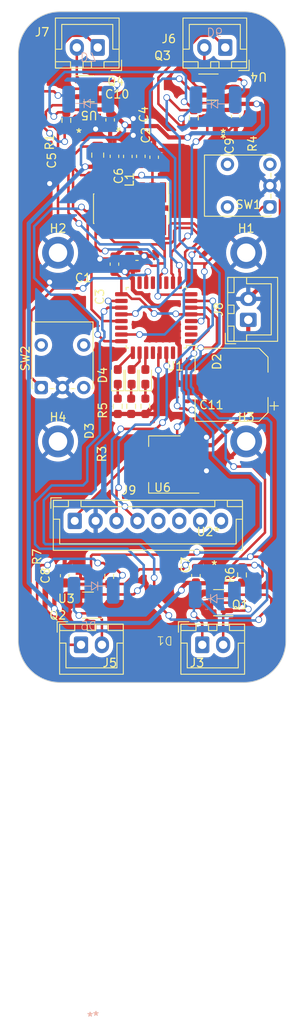
<source format=kicad_pcb>
(kicad_pcb (version 20221018) (generator pcbnew)
  (layers (0 "F.Cu" signal) (31 "B.Cu" signal) (34 "B.Paste" user) (35 "F.Paste" user) (36 "B.SilkS" user "B.Silkscreen") (37 "F.SilkS" user "F.Silkscreen") (38 "B.Mask" user) (39 "F.Mask" user) (44 "Edge.Cuts" user))
  (net 0 "")
  (net 1 "Reset_Buton ")
  (net 2 "GND")
  (net 3 "+3.3V")
  (net 4 "+3.3VA")
  (net 5 "+7.5V")
  (net 6 "Net-(D2-K)")
  (net 7 "LED_STATUS")
  (net 8 "Net-(D3-K)")
  (net 9 "LED_STOP")
  (net 10 "Net-(D4-K)")
  (net 11 "LED_Start")
  (net 12 "Net-(D1-K)")
  (net 13 "Net-(D1-A)")
  (net 16 "SWDIO")
  (net 17 "SWDCK")
  (net 21 "USART2_RX")
  (net 22 "USART2_TX")
  (net 23 "Net-(D5-K)")
  (net 24 "Net-(D5-A)")
  (net 25 "Net-(D6-K)")
  (net 26 "Net-(D6-A)")
  (net 27 "Net-(D7-K)")
  (net 28 "Net-(D7-A)")
  (net 29 "I2C_SCL")
  (net 30 "I2C_SDA")
  (net 35 "PWM_1")
  (net 36 "PWM_2")
  (net 37 "PWM_3")
  (net 38 "PWM_4")
  (net 39 "VCC")
  (net 40 "Start_Buton")
  (net 43 "AO1")
  (net 44 "AO2")
  (net 45 "AO3")
  (net 47 "AO4")
  (footprint "MountingHole:MountingHole_2.2mm_M2_DIN965_Pad" (layer "F.Cu") (at 50 50)
    (fp_text reference "H2")
    (fp_text value "MountingHole_Pad")
  )
  (footprint "Capacitor_SMD:C_0603_1608Metric_Pad1.08x0.95mm_HandSolder" (layer "F.Cu") (at 56.75 38.5 90)
    (fp_text reference "C5")
    (fp_text value "1u")
  )
  (footprint "Connector_JST:JST_XH_B2B-XH-A_1x02_P2.50mm_Vertical" (layer "F.Cu") (at 70 25.525 180)
    (fp_text reference "J6")
    (fp_text value "Conn_01x02")
  )
  (footprint "Connector_JST:JST_XH_B2B-XH-A_1x02_P2.50mm_Vertical" (layer "F.Cu") (at 67.25 96.75)
    (fp_text reference "J3")
    (fp_text value "Conn_01x02")
  )
  (footprint "Connector_JST:JST_XH_B2B-XH-A_1x02_P2.50mm_Vertical" (layer "F.Cu") (at 52.75 96.75)
    (fp_text reference "J5")
    (fp_text value "Conn_01x02")
  )
  (footprint "Button_Switch_THT:SW_Push_1P2T_Vertical_E-Switch_800UDP8P1A1M6" (layer "F.Cu") (at 75.34 44.54 180)
    (fp_text reference "SW1")
    (fp_text value "SW_Push")
  )
  (footprint "Connector_JST:JST_XH_B2B-XH-A_1x02_P2.50mm_Vertical" (layer "F.Cu") (at 72.75 58 90)
    (fp_text reference "J8")
    (fp_text value "batterie")
  )
  (footprint "Package_TO_SOT_SMD:SOT-23" (layer "F.Cu") (at 53.6875 30.45)
    (fp_text reference "Q4")
    (fp_text value "SQ2310ES")
  )
  (footprint "Package_TO_SOT_SMD:SOT-223-3_TabPin2" (layer "F.Cu") (at 62.75 75.25 180)
    (fp_text reference "U6")
    (fp_text value "regulator_17395xx36")
  )
  (footprint "Resistor_SMD:R_0603_1608Metric_Pad0.98x0.95mm_HandSolder" (layer "F.Cu") (at 60.4475 68.3125 -90)
    (fp_text reference "R2" hide)
    (fp_text value "1k")
  )
  (footprint "Capacitor_SMD:CP_Elec_8x10.5" (layer "F.Cu") (at 70.75 65.75 180)
    (fp_text reference "C11")
    (fp_text value "220uF")
  )
  (footprint "Capacitor_SMD:C_0603_1608Metric_Pad1.08x0.95mm_HandSolder" (layer "F.Cu") (at 71.25 33.75 90)
    (fp_text reference "C9")
    (fp_text value "0.1u")
  )
  (footprint "Connector_PinHeader_1.27mm:PinHeader_2x07_P1.27mm_Vertical_SMD" (layer "F.Cu") (at 58.75 44.75 -90)
    (fp_text reference "J4" hide)
    (fp_text value "Conn_02x07_Odd_Even")
  )
  (footprint "Capacitor_SMD:C_0603_1608Metric_Pad1.08x0.95mm_HandSolder" (layer "F.Cu") (at 56.235 34.1625 90)
    (fp_text reference "C10")
    (fp_text value "0.1u")
  )
  (footprint "Connector_JST:JST_XH_B2B-XH-A_1x02_P2.50mm_Vertical" (layer "F.Cu") (at 54.75 25.525 180)
    (fp_text reference "J7")
    (fp_text value "Conn_01x02")
  )
  (footprint "MountingHole:MountingHole_2.2mm_M2_DIN965_Pad" (layer "F.Cu") (at 72.5 72.5)
    (fp_text reference "H3")
    (fp_text value "MountingHole_Pad")
  )
  (footprint "Resistor_SMD:R_0603_1608Metric_Pad0.98x0.95mm_HandSolder" (layer "F.Cu") (at 66.25 33.9125 -90)
    (fp_text reference "R4")
    (fp_text value "R_Small")
  )
  (footprint "Package_TO_SOT_SMD:SOT-23" (layer "F.Cu") (at 53.588 92.025 180)
    (fp_text reference "Q2")
    (fp_text value "SQ2310ES")
  )
  (footprint "MountingHole:MountingHole_2.2mm_M2_DIN965_Pad" (layer "F.Cu") (at 50 72.5)
    (fp_text reference "H4")
    (fp_text value "MountingHole_Pad")
  )
  (footprint "Button_Switch_THT:SW_Push_1P2T_Vertical_E-Switch_800UDP8P1A1M6" (layer "F.Cu") (at 48 66.08 90)
    (fp_text reference "SW2")
    (fp_text value "SW_Push")
  )
  (footprint "Resistor_SMD:R_0603_1608Metric_Pad0.98x0.95mm_HandSolder" (layer "F.Cu") (at 72 88.4175 90)
    (fp_text reference "R6")
    (fp_text value "R_Small")
  )
  (footprint "footprints:SC70-6_ONS" (layer "F.Cu") (at 53.7245 33.599999 180)
    (fp_text reference "U5")
    (fp_text value "NCS210")
  )
  (footprint "Inductor_SMD:L_0805_2012Metric_Pad1.15x1.40mm_HandSolder" (layer "F.Cu") (at 54.75 38.3625 -90)
    (fp_text reference "L1")
    (fp_text value "39n")
  )
  (footprint "Package_TO_SOT_SMD:SOT-23" (layer "F.Cu") (at 68.5 30.25)
    (fp_text reference "Q3")
    (fp_text value "SQ2310ES")
  )
  (footprint "Resistor_SMD:R_0603_1608Metric_Pad0.98x0.95mm_HandSolder" (layer "F.Cu") (at 51 34.2125 -90)
    (fp_text reference "R1")
    (fp_text value "R_Small")
  )
  (footprint "Resistor_SMD:R_0603_1608Metric_Pad0.98x0.95mm_HandSolder" (layer "F.Cu") (at 56.1255 88.5875 90)
    (fp_text reference "R7")
    (fp_text value "R_Small")
  )
  (footprint "Resistor_SMD:R_0603_1608Metric_Pad0.98x0.95mm_HandSolder" (layer "F.Cu") (at 57.1475 68.3125 -90)
    (fp_text reference "R5")
    (fp_text value "1k")
  )
  (footprint "MountingHole:MountingHole_2.2mm_M2_DIN965_Pad" (layer "F.Cu") (at 72.5 50)
    (fp_text reference "H1")
    (fp_text value "MountingHole_Pad")
  )
  (footprint "LED_SMD:LED_0603_1608Metric_Pad1.05x0.95mm_HandSolder" (layer "F.Cu") (at 57.1475 64.8 90)
    (fp_text reference "D4")
    (fp_text value "LED")
  )
  (footprint "footprints:SC70-6_ONS" (layer "F.Cu") (at 69.3125 88.73)
    (fp_text reference "U2")
    (fp_text value "NCS210")
  )
  (footprint "Package_TO_SOT_SMD:SOT-23" (layer "F.Cu") (at 69.25 91.73 180)
    (fp_text reference "Q1")
    (fp_text value "SQ2310ES")
  )
  (footprint "Capacitor_SMD:C_0603_1608Metric_Pad1.08x0.95mm_HandSolder" (layer "F.Cu") (at 59.9025 38.5 90)
    (fp_text reference "C2")
    (fp_text value "4.7uF")
  )
  (footprint "LED_SMD:LED_0603_1608Metric_Pad1.05x0.95mm_HandSolder" (layer "F.Cu") (at 60.4475 64.8 90)
    (fp_text reference "D2")
    (fp_text value "LED")
  )
  (footprint "footprints:SC70-6_ONS" (layer "F.Cu") (at 53.5255 88.875)
    (fp_text reference "U3")
    (fp_text value "NCS210")
  )
  (footprint "Capacitor_SMD:C_0603_1608Metric_Pad1.08x0.95mm_HandSolder" (layer "F.Cu") (at 59.4425 50.405)
    (fp_text reference "C1")
    (fp_text value "100nF")
  )
  (footprint "Capacitor_SMD:C_0603_1608Metric_Pad1.08x0.95mm_HandSolder" (layer "F.Cu") (at 61.5 38.6125 90)
    (fp_text reference "C4")
    (fp_text value "100n")
  )
  (footprint "Capacitor_SMD:C_0603_1608Metric_Pad1.08x0.95mm_HandSolder" (layer "F.Cu") (at 56.75 51.3625 90)
    (fp_text reference "C3")
    (fp_text value "100n")
  )
  (footprint "Resistor_SMD:R_0603_1608Metric_Pad0.98x0.95mm_HandSolder" (layer "F.Cu") (at 58.7475 68.3125 -90)
    (fp_text reference "R3")
    (fp_text value "1k")
  )
  (footprint "LED_SMD:LED_0603_1608Metric_Pad1.05x0.95mm_HandSolder" (layer "F.Cu") (at 58.8 64.8 90)
    (fp_text reference "D3")
    (fp_text value "LED")
  )
  (footprint "footprints:SC70-6_ONS" (layer "F.Cu") (at 68.6745 33.649999 180)
    (fp_text reference "U4")
    (fp_text value "NCS210")
  )
  (footprint "Capacitor_SMD:C_0603_1608Metric_Pad1.08x0.95mm_HandSolder" (layer "F.Cu") (at 50.8 88.5125 -90)
    (fp_text reference "C8")
    (fp_text value "0.1u")
  )
  (footprint "Capacitor_SMD:C_0603_1608Metric_Pad1.08x0.95mm_HandSolder" (layer "F.Cu") (at 66.4875 88.505 -90)
    (fp_text reference "C7")
    (fp_text value "0.1u")
  )
  (footprint "Connector_JST:JST_XH_B8B-XH-A_1x08_P2.50mm_Vertical" (layer "F.Cu") (at 52 81.975)
    (fp_text reference "J9")
    (fp_text value "Conn_01x08")
  )
  (footprint "Capacitor_SMD:C_0603_1608Metric_Pad1.08x0.95mm_HandSolder" (layer "F.Cu") (at 58.35 38.5125 90)
    (fp_text reference "C6")
    (fp_text value "10n")
  )
  (footprint "Package_QFP:LQFP-32_7x7mm_P0.8mm" (layer "F.Cu") (at 61.75 57.75 180)
    (fp_text reference "U1")
    (fp_text value "STM32L412KBTx")
  )
  (footprint "mesempreintes:DiodeVS-30BQ015HM3" (layer "B.Cu") (at 68.8425 31.75)
    (fp_text reference "D6")
    (fp_text value "VS-30BQ0115HM3")
  )
  (footprint "mesempreintes:DiodeVS-30BQ015HM3" (layer "B.Cu") (at 54.25 90.25 180)
    (fp_text reference "D5")
    (fp_text value "VS-30BQ0115HM3")
  )
  (footprint "mesempreintes:DiodeVS-30BQ015HM3" (layer "B.Cu") (at 68.75 90.75)
    (fp_text reference "D1")
    (fp_text value "VS-30BQ0115HM3")
  )
  (footprint "mesempreintes:DiodeVS-30BQ015HM3" (layer "B.Cu") (at 53.625 31.7)
    (fp_text reference "D7")
    (fp_text value "VS-30BQ0115HM3")
  )
  (gr_line locked (start 50.25 101.25) (end 72.25 101.25) (stroke (width 0.1)) (layer "Edge.Cuts"))
  (gr_line locked (start 77.25 96.25) (end 77.25 26.25) (stroke (width 0.1)) (layer "Edge.Cuts"))
  (gr_arc locked (start 50.25 101.25) (mid 46.714466 99.785534) (end 45.25 96.25) (stroke (width 0.1)) (layer "Edge.Cuts"))
  (gr_line locked (start 72.25 21.25) (end 50.25 21.25) (stroke (width 0.1)) (layer "Edge.Cuts"))
  (gr_line locked (start 45.25 26.25) (end 45.25 96.25) (stroke (width 0.1)) (layer "Edge.Cuts"))
  (gr_arc locked (start 72.25 21.25) (mid 75.785534 22.714466) (end 77.25 26.25) (stroke (width 0.1)) (layer "Edge.Cuts"))
  (gr_arc locked (start 45.25 26.25) (mid 46.714466 22.714466) (end 50.25 21.25) (stroke (width 0.1)) (layer "Edge.Cuts"))
  (gr_arc locked (start 77.25 96.25) (mid 75.785534 99.785534) (end 72.25 101.25) (stroke (width 0.1)) (layer "Edge.Cuts"))
  (segment (start 75.34 44.54) (end 74.46 44.54) (width 0.3) (layer "F.Cu") (net 1))
  (segment (start 60.898629 51.28) (end 59.455 51.28) (width 0.3) (layer "F.Cu") (net 1))
  (segment (start 62 49) (end 62.75 49.75) (width 0.3) (layer "F.Cu") (net 1))
  (segment (start 64.2 47.05) (end 63.88 47.37) (width 0.3) (layer "F.Cu") (net 1))
  (segment (start 63.88 47.37) (end 63.88 48.527817) (width 0.3) (layer "F.Cu") (net 1))
  (segment (start 59.455 51.28) (end 58.58 50.405) (width 0.3) (layer "F.Cu") (net 1))
  (segment (start 56.21 48.21) (end 56.78 48.78) (width 0.3) (layer "F.Cu") (net 1))
  (segment (start 65.2 50.707817) (end 65.2 49.918629) (width 0.3) (layer "F.Cu") (net 1))
  (segment (start 56.21 46.7) (end 56.21 48.21) (width 0.3) (layer "F.Cu") (net 1))
  (segment (start 67.5 52.25) (end 67.5 51.5) (width 0.3) (layer "F.Cu") (net 1))
  (segment (start 74.46 44.54) (end 67.72 51.28) (width 0.3) (layer "F.Cu") (net 1))
  (segment (start 61.168629 51.55) (end 60.898629 51.28) (width 0.3) (layer "F.Cu") (net 1))
  (segment (start 59.599239 48.78) (end 59.819239 49) (width 0.3) (layer "F.Cu") (net 1))
  (segment (start 63.557817 48.85) (end 62.75 48.85) (width 0.3) (layer "F.Cu") (net 1))
  (segment (start 67.72 51.28) (end 65.772183 51.28) (width 0.3) (layer "F.Cu") (net 1))
  (segment (start 62.75 49.75) (end 62.75 51.28) (width 0.3) (layer "F.Cu") (net 1))
  (segment (start 63.88 48.527817) (end 63.557817 48.85) (width 0.3) (layer "F.Cu") (net 1))
  (segment (start 66.022182 47.05) (end 64.2 47.05) (width 0.3) (layer "F.Cu") (net 1))
  (segment (start 67.5 51.5) (end 67.72 51.28) (width 0.3) (layer "F.Cu") (net 1))
  (segment (start 62.75 51.28) (end 62.101371 51.28) (width 0.3) (layer "F.Cu") (net 1))
  (segment (start 61.831371 51.55) (end 61.168629 51.55) (width 0.3) (layer "F.Cu") (net 1))
  (segment (start 65.772183 51.28) (end 65.2 50.707817) (width 0.3) (layer "F.Cu") (net 1))
  (segment (start 59.819239 49) (end 62 49) (width 0.3) (layer "F.Cu") (net 1))
  (segment (start 62.101371 51.28) (end 61.831371 51.55) (width 0.3) (layer "F.Cu") (net 1))
  (segment (start 56.78 48.78) (end 59.599239 48.78) (width 0.3) (layer "F.Cu") (net 1))
  (segment (start 67.1 58.15) (end 65.925 58.15) (width 0.3) (layer "F.Cu") (net 1))
  (segment (start 62.75 48.85) (end 62.75 51.28) (width 0.3) (layer "F.Cu") (net 1))
  (segment (start 67.222182 48.25) (end 66.022182 47.05) (width 0.3) (layer "F.Cu") (net 1))
  (segment (start 66.022182 49.45) (end 67.222182 48.25) (width 0.3) (layer "F.Cu") (net 1))
  (segment (start 65.2 49.918629) (end 65.668629 49.45) (width 0.3) (layer "F.Cu") (net 1))
  (segment (start 65.668629 49.45) (end 66.022182 49.45) (width 0.3) (layer "F.Cu") (net 1))
  (via (at 67.1 58.15) (size 0.8) (drill 0.6) (layers "F.Cu" "B.Cu") (net 1))
  (via (at 67.5 52.25) (size 0.8) (drill 0.6) (layers "F.Cu" "B.Cu") (net 1))
  (segment (start 67.5 57.75) (end 67.5 52.25) (width 0.3) (layer "B.Cu") (net 1))
  (segment (start 67.1 58.15) (end 67.5 57.75) (width 0.3) (layer "B.Cu") (net 1))
  (segment (start 76.64 43.3) (end 76.64 51.61) (width 0.5) (layer "F.Cu") (net 2))
  (segment (start 60.4475 69.225) (end 64.33625 65.33625) (width 0.5) (layer "F.Cu") (net 2))
  (segment (start 54.5 81.975) (end 54.5 83.95) (width 0.5) (layer "F.Cu") (net 2))
  (segment (start 52.7 88.225001) (end 52.7 88.847199) (width 0.3) (layer "F.Cu") (net 2))
  (segment (start 52.124999 87.65) (end 52.7 88.225001) (width 0.3) (layer "F.Cu") (net 2))
  (segment (start 60.42 44.5) (end 63.43 44.5) (width 0.3) (layer "F.Cu") (net 2))
  (segment (start 54.55 34.249998) (end 54.55 33.672199) (width 0.5) (layer "F.Cu") (net 2))
  (segment (start 49.357871 93.5) (end 48.5 92.642129) (width 0.5) (layer "F.Cu") (net 2))
  (segment (start 68 85) (end 68 86.13) (width 0.5) (layer "F.Cu") (net 2))
  (segment (start 56.5505 50.6995) (end 55.1995 50.6995) (width 0.3) (layer "F.Cu") (net 2))
  (segment (start 60.42 44.5) (end 60.02 44.1) (width 0.3) (layer "F.Cu") (net 2))
  (segment (start 65.9 77.55) (end 67.4 77.55) (width 0.5) (layer "F.Cu") (net 2))
  (segment (start 67.4 77.55) (end 67.45 77.5) (width 0.5) (layer "F.Cu") (net 2))
  (segment (start 56.235 37.1225) (end 56.75 37.6375) (width 0.5) (layer "F.Cu") (net 2))
  (segment (start 74.3875 34.6125) (end 71.25 34.6125) (width 0.5) (layer "F.Cu") (net 2))
  (segment (start 61.519238 56.35) (end 59.994238 54.825) (width 0.5) (layer "F.Cu") (net 2))
  (segment (start 58.75 42.8) (end 60.02 42.8) (width 0.5) (layer "F.Cu") (net 2))
  (segment (start 50.8 87.65) (end 52.124999 87.65) (width 0.3) (layer "F.Cu") (net 2))
  (segment (start 53.685 69.225) (end 57.1475 69.225) (width 0.5) (layer "F.Cu") (net 2))
  (segment (start 64.975 69.225) (end 67.75 72) (width 0.5) (layer "F.Cu") (net 2))
  (segment (start 71.477207 30.25) (end 71.877207 30.65) (width 0.5) (layer "F.Cu") (net 2))
  (segment (start 55.325002 35.025) (end 54.55 34.249998) (width 0.5) (layer "F.Cu") (net 2))
  (segment (start 55.149 50.75) (end 55 50.75) (width 0.3) (layer "F.Cu") (net 2))
  (segment (start 58.75 44.1) (end 58.75 42.8) (width 0.5) (layer "F.Cu") (net 2))
  (segment (start 58 52.25) (end 58.95 53.2) (width 0.5) (layer "F.Cu") (net 2))
  (segment (start 70.75 77.5) (end 73.5 80.25) (width 0.5) (layer "F.Cu") (net 2))
  (segment (start 60.305 50.405) (end 59.33 49.43) (width 0.5) (layer "F.Cu") (net 2))
  (segment (start 67.75 77.2) (end 67.4 77.55) (width 0.5) (layer "F.Cu") (net 2))
  (segment (start 63.85 88.4) (end 65.73 88.4) (width 0.5) (layer "F.Cu") (net 2))
  (segment (start 64.25 63.058883) (end 64.55 62.758883) (width 0.5) (layer "F.Cu") (net 2))
  (segment (start 48.5 92.642129) (end 48.5 89.95) (width 0.5) (layer "F.Cu") (net 2))
  (segment (start 68 86.13) (end 66.4875 87.6425) (width 0.5) (layer "F.Cu") (net 2))
  (segment (start 59.9025 37.6375) (end 61.3875 37.6375) (width 0.5) (layer "F.Cu") (net 2))
  (segment (start 71.877207 30.65) (end 74.4 30.65) (width 0.5) (layer "F.Cu") (net 2))
  (segment (start 65 38.25) (end 65.5 37.75) (width 0.3) (layer "F.Cu") (net 2))
  (segment (start 56.2 30.45) (end 59 33.25) (width 0.5) (layer "F.Cu") (net 2))
  (segment (start 54.5 35.25) (end 56.01 35.25) (width 0.5) (layer "F.Cu") (net 2))
  (segment (start 63.5 91.5) (end 63.5 88.75) (width 0.5) (layer "F.Cu") (net 2))
  (segment (start 49 53.5) (end 46.5 53.5) (width 0.5) (layer "F.Cu") (net 2))
  (segment (start 71.25 34.6125) (end 71.25 37.91) (width 0.5) (layer "F.Cu") (net 2))
  (segment (start 46 44.75) (end 49 41.75) (width 0.5) (layer "F.Cu") (net 2))
  (segment (start 64.25 65.25) (end 64.25 63.058883) (width 0.5) (layer "F.Cu") (net 2))
  (segment (start 59 37) (end 58.35 37.65) (width 0.5) (layer "F.Cu") (net 2))
  (segment (start 65 42.93) (end 65 38.25) (width 0.3) (layer "F.Cu") (net 2))
  (segment (start 64.55 61.925) (end 64.55 61.091117) (width 0.5) (layer "F.Cu") (net 2))
  (segment (start 46 53) (end 46 44.75) (width 0.5) (layer "F.Cu") (net 2))
  (segment (start 58.95 54.408883) (end 58.95 53.575) (width 0.5) (layer "F.Cu") (net 2))
  (segment (start 51.725 92.025) (end 50.25 93.5) (width 0.5) (layer "F.Cu") (net 2))
  (segment (start 56.21 44.1) (end 56.51 44.4) (width 0.3) (layer "F.Cu") (net 2))
  (segment (start 68.55 65.5) (end 64.5 65.5) (width 0.5) (layer "F.Cu") (net 2))
  (segment (start 71.25 37.91) (end 75.34 42) (width 0.5) (layer "F.Cu") (net 2))
  (segment (start 56.75 37.6375) (end 58.3375 37.6375) (width 0.5) (layer "F.Cu") (net 2))
  (segment (start 59.366117 54.825) (end 58.95 54.408883) (width 0.5) (layer "F.Cu") (net 2))
  (segment (start 58.35 37.65) (end 59.89 37.65) (width 0.5) (layer "F.Cu") (net 2))
  (segment (start 69.5 34.299998) (end 70.937498 34.299998) (width 0.5) (layer "F.Cu") (net 2))
  (segment (start 54.45 84) (end 71.75 84) (width 0.5) (layer "F.Cu") (net 2))
  (segment (start 56.51 44.4) (end 58.45 44.4) (width 0.3) (layer "F.Cu") (net 2))
  (segment (start 68.049499 87.6425) (end 68.487 88.080001) (width 0.5) (layer "F.Cu") (net 2))
  (segment (start 64.55 62.758883) (end 64.55 61.925) (width 0.5) (layer "F.Cu") (net 2))
  (segment (start 69.4375 30.25) (end 71.477207 30.25) (width 0.5) (layer "F.Cu") (net 2))
  (segment (start 52.6505 92.025) (end 51.725 92.025) (width 0.5) (layer "F.Cu") (net 2))
  (segment (start 56.235 35.025) (end 56.235 37.1225) (width 0.5) (layer "F.Cu") (net 2))
  (segment (start 55.1995 50.6995) (end 55.149 50.75) (width 0.3) (layer "F.Cu") (net 2))
  (segment (start 67.7925 92.25) (end 64.25 92.25) (width 0.5) (layer "F.Cu") (net 2))
  (segment (start 66.4875 87.6425) (end 68.049499 87.6425) (width 0.5) (layer "F.Cu") (net 2))
  (segment (start 59 33.25) (end 59 34) (width 0.5) (layer "F.Cu") (net 2))
  (segment (start 64.33625 65.33625) (end 64.25 65.25) (width 0.5) (layer "F.Cu") (net 2))
  (segment (start 55 50.75) (end 55 50.899) (width 0.3) (layer "F.Cu") (net 2))
  (segment (start 60.4475 69.225) (end 58.7475 69.225) (width 0.5) (layer "F.Cu") (net 2))
  (segment (start 58.45 44.4) (end 58.75 44.1) (width 0.3) (layer "F.Cu") (net 2))
  (segment (start 59 36) (end 59 37) (width 0.5) (layer "F.Cu") (net 2))
  (segment (start 64.55 61.091117) (end 64.25 60.791117) (width 0.5) (layer "F.Cu") (net 2))
  (segment (start 60.4475 69.225) (end 64.975 69.225) (width 0.5) (layer "F.Cu") (net 2))
  (segment (start 48.5 89.95) (end 50.8 87.65) (width 0.5) (layer "F.Cu") (net 2))
  (segment (start 67.75 76) (end 67.75 77.2) (width 0.5) (layer "F.Cu") (net 2))
  (segment (start 70.937498 34.299998) (end 71.25 34.6125) (width 0.5) (layer "F.Cu") (net 2))
  (segment (start 59.89 37.65) (end 59.9025 37.6375) (width 0.5) (layer "F.Cu") (net 2))
  (segment (start 76.64 51.61) (end 72.75 55.5) (width 0.5) (layer "F.Cu") (net 2))
  (segment (start 75.75 33.25) (end 74.3875 34.6125) (width 0.5) (layer "F.Cu") (net 2))
  (segment (start 58.3375 37.6375) (end 58.35 37.65) (width 0.5) (layer "F.Cu") (net 2))
  (segment (start 73.5 82.25) (end 71.75 84) (width 0.5) (layer "F.Cu") (net 2))
  (segment (start 67.45 77.5) (end 70.75 77.5) (width 0.5) (layer "F.Cu") (net 2))
  (segment (start 69 84) (end 68 85) (width 0.5) (layer "F.Cu") (net 2))
  (segment (start 58.95 53.2) (end 58.95 53.575) (width 0.5) (layer "F.Cu") (net 2))
  (segment (start 57.82 49.43) (end 56.75 50.5) (width 0.5) (layer "F.Cu") (net 2))
  (segment (start 75.75 32) (end 75.75 33.25) (width 0.5) (layer "F.Cu") (net 2))
  (segment (start 57.1475 69.225) (end 58.7475 69.225) (width 0.5) (layer "F.Cu") (net 2))
  (segment (start 64.5 65.5) (end 64.33625 65.33625) (width 0.5) (layer "F.Cu") (net 2))
  (segment (start 59.994238 54.825) (end 59.366117 54.825) (width 0.5) (layer "F.Cu") (net 2))
  (segment (start 46.5 53.5) (end 46 53) (width 0.5) (layer "F.Cu") (net 2))
  (segment (start 75.34 42) (end 76.64 43.3) (width 0.5) (layer "F.Cu") (net 2))
  (segment (start 65.73 88.4) (end 66.4875 87.6425) (width 0.5) (layer "F.Cu") (net 2))
  (segment (start 56.01 35.25) (end 56.235 35.025) (width 0.5) (layer "F.Cu") (net 2))
  (segment (start 61.5 37.75) (end 68.1125 37.75) (width 0.3) (layer "F.Cu") (net 2))
  (segment (start 54.625 30.45) (end 56.2 30.45) (width 0.5) (layer "F.Cu") (net 2))
  (segment (start 56.21 42.8) (end 56.21 44.1) (width 0.5) (layer "F.Cu") (net 2))
  (segment (start 50.54 66.08) (end 53.685 69.225) (width 0.5) (layer "F.Cu") (net 2))
  (segment (start 61.872793 56.35) (end 61.519238 56.35) (width 0.5) (layer "F.Cu") (net 2))
  (segment (start 50.25 93.5) (end 49.357871 93.5) (width 0.5) (layer "F.Cu") (net 2))
  (segment (start 59.33 49.43) (end 57.82 49.43) (width 0.5) (layer "F.Cu") (net 2))
  (segment (start 63.43 44.5) (end 65 42.93) (width 0.3) (layer "F.Cu") (net 2))
  (segment (start 68.1125 37.75) (end 71.25 34.6125) (width 0.3) (layer "F.Cu") (net 2))
  (segment (start 55 50.899) (end 55.149 50.75) (width 0.3) (layer "F.Cu") (net 2))
  (segment (start 56.75 50.5) (end 56.5505 50.6995) (width 0.5) (layer "F.Cu") (net 2))
  (segment (start 60.02 44.1) (end 60.02 42.8) (width 0.3) (layer "F.Cu") (net 2))
  (segment (start 68.3125 91.73) (end 67.7925 92.25) (width 0.5) (layer "F.Cu") (net 2))
  (segment (start 54.5 83.95) (end 50.8 87.65) (width 0.5) (layer "F.Cu") (net 2))
  (segment (start 56.235 35.025) (end 55.325002 35.025) (width 0.5) (layer "F.Cu") (net 2))
  (segment (start 63.5 88.75) (end 63.85 88.4) (width 0.5) (layer "F.Cu") (net 2))
  (segment (start 74.4 30.65) (end 75.75 32) (width 0.5) (layer "F.Cu") (net 2))
  (segment (start 64.25 92.25) (end 63.5 91.5) (width 0.5) (layer "F.Cu") (net 2))
  (segment (start 73.5 80.25) (end 73.5 82.25) (width 0.5) (layer "F.Cu") (net 2))
  (segment (start 61.3875 37.6375) (end 61.5 37.75) (width 0.5) (layer "F.Cu") (net 2))
  (segment (start 68.487 88.080001) (end 68.487 88.6578) (width 0.5) (layer "F.Cu") (net 2))
  (segment (start 64.25 60.791117) (end 64.25 58.727207) (width 0.5) (layer "F.Cu") (net 2))
  (segment (start 64.25 58.727207) (end 61.872793 56.35) (width 0.5) (layer "F.Cu") (net 2))
  (segment (start 69.5 34.299998) (end 69.5 33.722199) (width 0.5) (layer "F.Cu") (net 2))
  (via (at 49 53.5) (size 0.8) (drill 0.6) (layers "F.Cu" "B.Cu") (net 2))
  (via (at 59 36) (size 0.8) (drill 0.6) (layers "F.Cu" "B.Cu") (net 2))
  (via (at 54.5 35.25) (size 0.8) (drill 0.6) (layers "F.Cu" "B.Cu") (net 2))
  (via (at 67.75 72) (size 0.8) (drill 0.6) (layers "F.Cu" "B.Cu") (net 2))
  (via (at 67.75 76) (size 0.8) (drill 0.6) (layers "F.Cu" "B.Cu") (net 2))
  (via (at 55 50.75) (size 0.8) (drill 0.6) (layers "F.Cu" "B.Cu") (net 2))
  (via (at 49 41.75) (size 0.8) (drill 0.6) (layers "F.Cu" "B.Cu") (net 2))
  (via (at 60.305 50.405) (size 0.8) (drill 0.6) (layers "F.Cu" "B.Cu") (net 2))
  (via (at 58 52.25) (size 0.8) (drill 0.6) (layers "F.Cu" "B.Cu") (net 2))
  (via (at 59 34) (size 0.8) (drill 0.6) (layers "F.Cu" "B.Cu") (net 2))
  (segment (start 59.21 51.5) (end 58.75 51.5) (width 0.5) (layer "B.Cu") (net 2))
  (segment (start 49 40.080762) (end 53.480762 35.6) (width 0.5) (layer "B.Cu") (net 2))
  (segment (start 59 34) (end 59 36) (width 0.5) (layer "B.Cu") (net 2))
  (segment (start 54 50.75) (end 51.25 53.5) (width 0.5) (layer "B.Cu") (net 2))
  (segment (start 67.75 72) (end 67.75 76) (width 0.5) (layer "B.Cu") (net 2))
  (segment (start 58.75 51.5) (end 58 52.25) (width 0.5) (layer "B.Cu") (net 2))
  (segment (start 60.305 50.405) (end 59.21 51.5) (width 0.5) (layer "B.Cu") (net 2))
  (segment (start 49 41.75) (end 49 40.080762) (width 0.5) (layer "B.Cu") (net 2))
  (segment (start 53.480762 35.6) (end 54.5 35.25) (width 0.5) (layer "B.Cu") (net 2))
  (segment (start 49 53.5) (end 51.25 53.5) (width 0.5) (layer "B.Cu") (net 2))
  (segment (start 55 50.75) (end 54 50.75) (width 0.5) (layer "B.Cu") (net 2))
  (segment (start 58.267462 54.95) (end 58.817462 55.5) (width 0.3) (layer "F.Cu") (net 3))
  (segment (start 64.14488 57.35) (end 65.925 57.35) (width 0.3) (layer "F.Cu") (net 3))
  (segment (start 55.252818 52.225) (end 53.55 50.522182) (width 0.3) (layer "F.Cu") (net 3))
  (segment (start 51.8 38.45) (end 52.9125 37.3375) (width 0.3) (layer "F.Cu") (net 3))
  (segment (start 64.25 73.85) (end 64.25 70.75) (width 0.3) (layer "F.Cu") (net 3))
  (segment (start 65.9 75.25) (end 65.65 75.25) (width 0.3) (layer "F.Cu") (net 3))
  (segment (start 53.55 50.522182) (end 53.55 46.418629) (width 0.3) (layer "F.Cu") (net 3))
  (segment (start 59.9025 39.3625) (end 61.3875 39.3625) (width 0.3) (layer "F.Cu") (net 3))
  (segment (start 56.75 52.225) (end 57.575 53.05) (width 0.3) (layer "F.Cu") (net 3))
  (segment (start 61.3875 39.3625) (end 61.5 39.475) (width 0.3) (layer "F.Cu") (net 3))
  (segment (start 61.5 39.475) (end 61.29 39.685) (width 0.3) (layer "F.Cu") (net 3))
  (segment (start 66.25 62) (end 66.25 60.875) (width 0.3) (layer "F.Cu") (net 3))
  (segment (start 68 57.918629) (end 68 59.25) (width 0.3) (layer "F.Cu") (net 3))
  (segment (start 66.25 60.875) (end 65.925 60.55) (width 0.3) (layer "F.Cu") (net 3))
  (segment (start 57.575 54.95) (end 58.267462 54.95) (width 0.3) (layer "F.Cu") (net 3))
  (segment (start 51.8 39.8) (end 52.75 40.75) (width 0.3) (layer "F.Cu") (net 3))
  (segment (start 53.681371 40.45) (end 58.815 40.45) (width 0.3) (layer "F.Cu") (net 3))
  (segment (start 51.8 44.668629) (end 51.8 38.45) (width 0.3) (layer "F.Cu") (net 3))
  (segment (start 56.75 52.225) (end 55.252818 52.225) (width 0.3) (layer "F.Cu") (net 3))
  (segment (start 64.082108 57.287228) (end 64.14488 57.35) (width 0.3) (layer "F.Cu") (net 3))
  (segment (start 53.55 46.418629) (end 51.8 44.668629) (width 0.3) (layer "F.Cu") (net 3))
  (segment (start 51.8 38.45) (end 51.8 39.8) (width 0.3) (layer "F.Cu") (net 3))
  (segment (start 58.815 40.45) (end 59.9025 39.3625) (width 0.3) (layer "F.Cu") (net 3))
  (segment (start 67.431371 57.35) (end 68 57.918629) (width 0.3) (layer "F.Cu") (net 3))
  (segment (start 52 81.975) (end 52 81.5) (width 0.3) (layer "F.Cu") (net 3))
  (segment (start 66.7 60.55) (end 65.925 60.55) (width 0.3) (layer "F.Cu") (net 3))
  (segment (start 52.75 40.75) (end 53.381371 40.75) (width 0.3) (layer "F.Cu") (net 3))
  (segment (start 65.65 75.25) (end 64.25 73.85) (width 0.3) (layer "F.Cu") (net 3))
  (segment (start 68 59.25) (end 66.7 60.55) (width 0.3) (layer "F.Cu") (net 3))
  (segment (start 61.29 39.685) (end 61.29 42.8) (width 0.3) (layer "F.Cu") (net 3))
  (segment (start 57.575 53.05) (end 57.575 54.95) (width 0.3) (layer "F.Cu") (net 3))
  (segment (start 59.6 75.25) (end 65.9 75.25) (width 0.3) (layer "F.Cu") (net 3))
  (segment (start 65.925 57.35) (end 67.431371 57.35) (width 0.3) (layer "F.Cu") (net 3))
  (segment (start 58.25 75.25) (end 59.6 75.25) (width 0.3) (layer "F.Cu") (net 3))
  (segment (start 52 81.5) (end 58.25 75.25) (width 0.3) (layer "F.Cu") (net 3))
  (segment (start 52.9125 37.3375) (end 54.75 37.3375) (width 0.3) (layer "F.Cu") (net 3))
  (segment (start 59.75 55.5) (end 61.5 57.25) (width 0.3) (layer "F.Cu") (net 3))
  (segment (start 53.381371 40.75) (end 53.681371 40.45) (width 0.3) (layer "F.Cu") (net 3))
  (segment (start 58.817462 55.5) (end 59.75 55.5) (width 0.3) (layer "F.Cu") (net 3))
  (via (at 66.25 62) (size 0.8) (drill 0.6) (layers "F.Cu" "B.Cu") (net 3))
  (via (at 64.082108 57.287228) (size 0.8) (drill 0.6) (layers "F.Cu" "B.Cu") (net 3))
  (via (at 64.25 70.75) (size 0.8) (drill 0.6) (layers "F.Cu" "B.Cu") (net 3))
  (via (at 61.5 57.25) (size 0.8) (drill 0.6) (layers "F.Cu" "B.Cu") (net 3))
  (segment (start 64.8 63.45) (end 66.25 62) (width 0.3) (layer "B.Cu") (net 3))
  (segment (start 64.04488 57.25) (end 64.082108 57.287228) (width 0.3) (layer "B.Cu") (net 3))
  (segment (start 64.25 70.75) (end 65.05 69.95) (width 0.3) (layer "B.Cu") (net 3))
  (segment (start 65.05 66.668629) (end 64.8 66.418629) (width 0.3) (layer "B.Cu") (net 3))
  (segment (start 65.05 69.95) (end 65.05 66.668629) (width 0.3) (layer "B.Cu") (net 3))
  (segment (start 61.5 57.25) (end 64.04488 57.25) (width 0.3) (layer "B.Cu") (net 3))
  (segment (start 64.8 66.418629) (end 64.8 63.45) (width 0.3) (layer "B.Cu") (net 3))
  (segment (start 58.15 34.9) (end 61.9 34.9) (width 0.5) (layer "F.Cu") (net 4))
  (segment (start 56.725 39.3875) (end 56.75 39.3625) (width 0.5) (layer "F.Cu") (net 4))
  (segment (start 50.8 89.375) (end 50.8 89.55) (width 0.5) (layer "F.Cu") (net 4))
  (segment (start 71.165301 32.972199) (end 69.5 32.972199) (width 0.5) (layer "F.Cu") (net 4))
  (segment (start 49.565332 90.609668) (end 50.8 89.375) (width 0.5) (layer "F.Cu") (net 4))
  (segment (start 63.25 36.25) (end 65.5 36.25) (width 0.5) (layer "F.Cu") (net 4))
  (segment (start 56.55 33.3) (end 58 34.75) (width 0.5) (layer "F.Cu") (net 4))
  (segment (start 54.75 39.3875) (end 56.725 39.3875) (width 0.5) (layer "F.Cu") (net 4))
  (segment (start 66.4875 89.3675) (end 65.3825 89.3675) (width 0.5) (layer "F.Cu") (net 4))
  (segment (start 61.9 34.9) (end 63.25 36.25) (width 0.5) (layer "F.Cu") (net 4))
  (segment (start 64.75 90) (end 64.75 90.25) (width 0.5) (layer "F.Cu") (net 4))
  (segment (start 55.857199 32.922199) (end 54.55 32.922199) (width 0.5) (layer "F.Cu") (net 4))
  (segment (start 54.3875 39.75) (end 54.75 39.3875) (width 0.5) (layer "F.Cu") (net 4))
  (segment (start 50.8 89.55) (end 50.825001 89.524999) (width 0.3) (layer "F.Cu") (net 4))
  (segment (start 56.235 33.3) (end 55.857199 32.922199) (width 0.5) (layer "F.Cu") (net 4))
  (segment (start 66.5278 89.4078) (end 68.487 89.4078) (width 0.5) (layer "F.Cu") (net 4))
  (segment (start 65.3825 89.3675) (end 64.75 90) (width 0.5) (layer "F.Cu") (net 4))
  (segment (start 66.4875 89.3675) (end 66.5278 89.4078) (width 0.5) (layer "F.Cu") (net 4))
  (segment (start 56.75 39.3625) (end 58.3375 39.3625) (width 0.5) (layer "F.Cu") (net 4))
  (segment (start 49.565332 92.434668) (end 49.565332 90.609668) (width 0.5) (layer "F.Cu") (net 4))
  (segment (start 50.825001 89.524999) (end 52.7 89.524999) (width 0.3) (layer "F.Cu") (net 4))
  (segment (start 58 34.75) (end 58.15 34.9) (width 0.5) (layer "F.Cu") (net 4))
  (segment (start 56.235 33.3) (end 56.55 33.3) (width 0.5) (layer "F.Cu") (net 4))
  (segment (start 53.25 39.75) (end 54.3875 39.75) (width 0.5) (layer "F.Cu") (net 4))
  (segment (start 58.3375 39.3625) (end 58.35 39.375) (width 0.5) (layer "F.Cu") (net 4))
  (segment (start 73.75 32.25) (end 71.8875 32.25) (width 0.5) (layer "F.Cu") (net 4))
  (segment (start 71.8875 32.25) (end 71.25 32.8875) (width 0.5) (layer "F.Cu") (net 4))
  (segment (start 71.25 32.8875) (end 71.165301 32.972199) (width 0.5) (layer "F.Cu") (net 4))
  (via (at 64.75 90.25) (size 0.8) (drill 0.6) (layers "F.Cu" "B.Cu") (net 4))
  (via (at 49.565332 92.434668) (size 0.8) (drill 0.6) (layers "F.Cu" "B.Cu") (net 4))
  (via (at 65.5 36.25) (size 0.8) (drill 0.6) (layers "F.Cu" "B.Cu") (net 4))
  (via (at 53.25 39.75) (size 0.8) (drill 0.6) (layers "F.Cu" "B.Cu") (net 4))
  (via (at 73.75 32.25) (size 0.8) (drill 0.6) (layers "F.Cu" "B.Cu") (net 4))
  (via (at 58 34.75) (size 0.8) (drill 0.6) (layers "F.Cu" "B.Cu") (net 4))
  (segment (start 46.5 89.369336) (end 49.565332 92.434668) (width 0.5) (layer "B.Cu") (net 4))
  (segment (start 74.5 34.5) (end 74.5 32.5) (width 0.5) (layer "B.Cu") (net 4))
  (segment (start 74.5 34.75) (end 74.5 34.5) (width 0.5) (layer "B.Cu") (net 4))
  (segment (start 74.5 32.5) (end 74.25 32.25) (width 0.5) (layer "B.Cu") (net 4))
  (segment (start 65.5 36.25) (end 66 35.75) (width 0.5) (layer "B.Cu") (net 4))
  (segment (start 58 34.75) (end 58 35.5) (width 0.3) (layer "B.Cu") (net 4))
  (segment (start 52.75 39.5) (end 53 39.75) (width 0.3) (layer "B.Cu") (net 4))
  (segment (start 64.75 90.25) (end 60.85 94.15) (width 0.5) (layer "B.Cu") (net 4))
  (segment (start 53 39.75) (end 53.25 39.75) (width 0.3) (layer "B.Cu") (net 4))
  (segment (start 51.280664 94.15) (end 49.565332 92.434668) (width 0.5) (layer "B.Cu") (net 4))
  (segment (start 46.5 46.5) (end 46.5 89.369336) (width 0.5) (layer "B.Cu") (net 4))
  (segment (start 60.85 94.15) (end 51.280664 94.15) (width 0.5) (layer "B.Cu") (net 4))
  (segment (start 53.75 36.25) (end 52.75 37.25) (width 0.3) (layer "B.Cu") (net 4))
  (segment (start 52.75 37.25) (end 52.75 39.5) (width 0.3) (layer "B.Cu") (net 4))
  (segment (start 57.25 36.25) (end 53.75 36.25) (width 0.3) (layer "B.Cu") (net 4))
  (segment (start 58 35.5) (end 57.25 36.25) (width 0.3) (layer "B.Cu") (net 4))
  (segment (start 73.5 35.75) (end 74.5 34.75) (width 0.5) (layer "B.Cu") (net 4))
  (segment (start 66 35.75) (end 73.5 35.75) (width 0.5) (layer "B.Cu") (net 4))
  (segment (start 53.25 39.75) (end 46.5 46.5) (width 0.5) (layer "B.Cu") (net 4))
  (segment (start 73.75 32.25) (end 74.25 32.25) (width 0.5) (layer "B.Cu") (net 4))
  (segment (start 72.75 62.3) (end 75.95 65.5) (width 0.5) (layer "F.Cu") (net 5))
  (segment (start 72.75 58) (end 72.75 62.3) (width 0.5) (layer "F.Cu") (net 5))
  (segment (start 75.95 65.5) (end 68.5 72.95) (width 0.5) (layer "F.Cu") (net 5))
  (segment (start 68.5 72.95) (end 65.9 72.95) (width 0.5) (layer "F.Cu") (net 5))
  (segment (start 60.4475 67.4) (end 60.4475 65.675) (width 0.3) (layer "F.Cu") (net 6))
  (segment (start 60.4475 63.925) (end 60.4475 62.0275) (width 0.3) (layer "F.Cu") (net 7))
  (segment (start 60.4475 62.0275) (end 60.55 61.925) (width 0.3) (layer "F.Cu") (net 7))
  (segment (start 58.7475 65.7275) (end 58.8 65.675) (width 0.3) (layer "F.Cu") (net 8))
  (segment (start 58.7475 67.4) (end 58.7475 65.7275) (width 0.3) (layer "F.Cu") (net 8))
  (segment (start 59.75 62.975) (end 59.75 61.925) (width 0.3) (layer "F.Cu") (net 9))
  (segment (start 58.8 63.925) (end 59.75 62.975) (width 0.3) (layer "F.Cu") (net 9))
  (segment (start 57.1475 67.4) (end 57.1475 65.675) (width 0.3) (layer "F.Cu") (net 10))
  (segment (start 57.1475 63.7275) (end 58.95 61.925) (width 0.3) (layer "F.Cu") (net 11))
  (segment (start 57.1475 63.925) (end 57.1475 63.7275) (width 0.3) (layer "F.Cu") (net 11))
  (segment (start 67.25 94.1495) (end 67.25 96.75) (width 0.3) (layer "F.Cu") (net 12))
  (segment (start 71.887 87.893001) (end 71.887 87.505) (width 0.3) (layer "F.Cu") (net 12))
  (segment (start 72.142 87.25) (end 71.887 87.505) (width 0.3) (layer "F.Cu") (net 12))
  (segment (start 71.050001 88.73) (end 71.887 87.893001) (width 0.3) (layer "F.Cu") (net 12))
  (segment (start 70.138 88.73) (end 71.050001 88.73) (width 0.3) (layer "F.Cu") (net 12))
  (segment (start 73.5 87.25) (end 72.142 87.25) (width 0.3) (layer "F.Cu") (net 12))
  (segment (start 66.25 93.1495) (end 67.25 94.1495) (width 0.3) (layer "F.Cu") (net 12))
  (via (at 73.5 87.25) (size 0.8) (drill 0.6) (layers "F.Cu" "B.Cu") (net 12))
  (via (at 66.25 93.1495) (size 0.8) (drill 0.6) (layers "F.Cu" "B.Cu") (net 12))
  (segment (start 73.081371 93.3) (end 75 91.381371) (width 0.3) (layer "B.Cu") (net 12))
  (segment (start 75 88.25) (end 74 87.25) (width 0.3) (layer "B.Cu") (net 12))
  (segment (start 66.25 93.1495) (end 66.25 90.905) (width 0.3) (layer "B.Cu") (net 12))
  (segment (start 66.405 90.75) (end 68.955 93.3) (width 0.3) (layer "B.Cu") (net 12))
  (segment (start 74 87.25) (end 73.75 87.25) (width 0.3) (layer "B.Cu") (net 12))
  (segment (start 75 91.381371) (end 75 88.25) (width 0.3) (layer "B.Cu") (net 12))
  (segment (start 68.955 93.3) (end 73.081371 93.3) (width 0.3) (layer "B.Cu") (net 12))
  (segment (start 73.75 87.25) (end 73.5 87.25) (width 0.3) (layer "B.Cu") (net 12))
  (segment (start 66.25 90.905) (end 66.405 90.75) (width 0.3) (layer "B.Cu") (net 12))
  (segment (start 69.75 93.1175) (end 70.1875 92.68) (width 0.3) (layer "F.Cu") (net 13))
  (segment (start 69.75 96.75) (end 69.75 93.1175) (width 0.3) (layer "F.Cu") (net 13))
  (segment (start 72.5 92.5) (end 72.75 92.5) (width 0.3) (layer "F.Cu") (net 13))
  (segment (start 70.1875 92.68) (end 72.32 92.68) (width 0.3) (layer "F.Cu") (net 13))
  (segment (start 72.32 92.68) (end 72.5 92.5) (width 0.3) (layer "F.Cu") (net 13))
  (via (at 72.75 92.5) (size 0.8) (drill 0.6) (layers "F.Cu" "B.Cu") (net 13))
  (segment (start 72.75 92.5) (end 72.75 92.405) (width 0.3) (layer "B.Cu") (net 13))
  (segment (start 72.75 92.405) (end 71.095 90.75) (width 0.3) (layer "B.Cu") (net 13))
  (segment (start 61.79 48.3) (end 63.33 48.3) (width 0.3) (layer "F.Cu") (net 16))
  (segment (start 63.33 48.3) (end 63.33 46.75) (width 0.3) (layer "F.Cu") (net 16))
  (segment (start 61.29 46.7) (end 61.29 47.8) (width 0.3) (layer "F.Cu") (net 16))
  (segment (start 61.29 47.8) (end 61.79 48.3) (width 0.3) (layer "F.Cu") (net 16))
  (segment (start 68 48.25) (end 66 50.25) (width 0.3) (layer "F.Cu") (net 16))
  (segment (start 59.75 59.75) (end 57.575 59.75) (width 0.3) (layer "F.Cu") (net 16))
  (segment (start 63.58 46.5) (end 66.249999 46.5) (width 0.3) (layer "F.Cu") (net 16))
  (segment (start 66.249999 46.5) (end 68 48.25) (width 0.3) (layer "F.Cu") (net 16))
  (segment (start 63.33 46.75) (end 63.58 46.5) (width 0.3) (layer "F.Cu") (net 16))
  (via (at 59.75 59.75) (size 0.8) (drill 0.6) (layers "F.Cu" "B.Cu") (net 16))
  (via (at 66 50.25) (size 0.8) (drill 0.6) (layers "F.Cu" "B.Cu") (net 16))
  (segment (start 65.05 57.45) (end 62.75 59.75) (width 0.3) (layer "B.Cu") (net 16))
  (segment (start 66 50.25) (end 66 53.5) (width 0.3) (layer "B.Cu") (net 16))
  (segment (start 66 53.5) (end 65 54.5) (width 0.3) (layer "B.Cu") (net 16))
  (segment (start 62.75 59.75) (end 59.75 59.75) (width 0.3) (layer "B.Cu") (net 16))
  (segment (start 65.05 54.55) (end 65.05 57.45) (width 0.3) (layer "B.Cu") (net 16))
  (segment (start 65 54.5) (end 65.05 54.55) (width 0.3) (layer "B.Cu") (net 16))
  (segment (start 53.312036 45.05) (end 59.87 45.05) (width 0.3) (layer "F.Cu") (net 17))
  (segment (start 55.55 60.55) (end 57.575 60.55) (width 0.3) (layer "F.Cu") (net 17))
  (segment (start 59.87 45.05) (end 60.02 45.2) (width 0.3) (layer "F.Cu") (net 17))
  (segment (start 54.75 59.75) (end 55.55 60.55) (width 0.3) (layer "F.Cu") (net 17))
  (segment (start 52.808567 44.546531) (end 53.312036 45.05) (width 0.3) (layer "F.Cu") (net 17))
  (segment (start 60.02 45.2) (end 60.02 46.7) (width 0.3) (layer "F.Cu") (net 17))
  (via (at 54.75 59.75) (size 0.8) (drill 0.6) (layers "F.Cu" "B.Cu") (net 17))
  (via (at 52.808567 44.546531) (size 0.8) (drill 0.6) (layers "F.Cu" "B.Cu") (net 17))
  (segment (start 54.75 58.25) (end 54.75 59.75) (width 0.3) (layer "B.Cu") (net 17))
  (segment (start 49.15 55) (end 51.5 55) (width 0.3) (layer "B.Cu") (net 17))
  (segment (start 52.808567 44.546531) (end 52.605098 44.75) (width 0.3) (layer "B.Cu") (net 17))
  (segment (start 47.15 46.85) (end 47.15 53) (width 0.3) (layer "B.Cu") (net 17))
  (segment (start 47.15 53) (end 49.15 55) (width 0.3) (layer "B.Cu") (net 17))
  (segment (start 52.605098 44.75) (end 49.25 44.75) (width 0.3) (layer "B.Cu") (net 17))
  (segment (start 49.25 44.75) (end 47.15 46.85) (width 0.3) (layer "B.Cu") (net 17))
  (segment (start 51.5 55) (end 54.75 58.25) (width 0.3) (layer "B.Cu") (net 17))
  (segment (start 64.5 52.25) (end 64.55 52.3) (width 0.3) (layer "F.Cu") (net 21))
  (segment (start 59.75 41) (end 60 40.75) (width 0.3) (layer "F.Cu") (net 21))
  (segment (start 54.94 42.8) (end 54.94 41.3) (width 0.3) (layer "F.Cu") (net 21))
  (segment (start 64.5 51.5) (end 64.5 52.25) (width 0.3) (layer "F.Cu") (net 21))
  (segment (start 64.55 52.3) (end 64.55 53.575) (width 0.3) (layer "F.Cu") (net 21))
  (segment (start 55.24 41) (end 59.75 41) (width 0.3) (layer "F.Cu") (net 21))
  (segment (start 54.94 41.3) (end 55.24 41) (width 0.3) (layer "F.Cu") (net 21))
  (via (at 60 40.75) (size 0.8) (drill 0.6) (layers "F.Cu" "B.Cu") (net 21))
  (via (at 64.5 51.5) (size 0.8) (drill 0.6) (layers "F.Cu" "B.Cu") (net 21))
  (segment (start 60.25 41) (end 63 41) (width 0.3) (layer "B.Cu") (net 21))
  (segment (start 63 41) (end 63.45 41.45) (width 0.3) (layer "B.Cu") (net 21))
  (segment (start 63.45 41.45) (end 63.45 50.45) (width 0.3) (layer "B.Cu") (net 21))
  (segment (start 60 40.75) (end 60.25 41) (width 0.3) (layer "B.Cu") (net 21))
  (segment (start 63.45 50.45) (end 64.5 51.5) (width 0.3) (layer "B.Cu") (net 21))
  (segment (start 55.645 49.7995) (end 55.0495 49.7995) (width 0.3) (layer "F.Cu") (net 22))
  (segment (start 54.5 49.25) (end 54.5 47.14) (width 0.3) (layer "F.Cu") (net 22))
  (segment (start 55.0495 49.7995) (end 54.5 49.25) (width 0.3) (layer "F.Cu") (net 22))
  (segment (start 54.5 47.14) (end 54.94 46.7) (width 0.3) (layer "F.Cu") (net 22))
  (segment (start 65.875 55) (end 65.925 54.95) (width 0.3) (layer "F.Cu") (net 22))
  (segment (start 61.934668 55.184668) (end 62.119336 55) (width 0.3) (layer "F.Cu") (net 22))
  (segment (start 62.119336 55) (end 65.875 55) (width 0.3) (layer "F.Cu") (net 22))
  (via (at 55.645 49.7995) (size 0.8) (drill 0.6) (layers "F.Cu" "B.Cu") (net 22))
  (via (at 61.934668 55.184668) (size 0.8) (drill 0.6) (layers "F.Cu" "B.Cu") (net 22))
  (segment (start 55.8395 49.605) (end 60.696269 49.605) (width 0.3) (layer "B.Cu") (net 22))
  (segment (start 61.966527 55.152809) (end 61.934668 55.184668) (width 0.3) (layer "B.Cu") (net 22))
  (segment (start 55.645 49.7995) (end 55.8395 49.605) (width 0.3) (layer "B.Cu") (net 22))
  (segment (start 60.696269 49.605) (end 61.966527 50.875258) (width 0.3) (layer "B.Cu") (net 22))
  (segment (start 61.966527 50.875258) (end 61.966527 55.152809) (width 0.3) (layer "B.Cu") (net 22))
  (segment (start 52.75 96.75) (end 51.25 96.75) (width 0.3) (layer "F.Cu") (net 23))
  (segment (start 47.5 93) (end 47.5 87.75) (width 0.3) (layer "F.Cu") (net 23))
  (segment (start 51.25 96.75) (end 47.5 93) (width 0.3) (layer "F.Cu") (net 23))
  (segment (start 48 87.25) (end 48.75 87.25) (width 0.3) (layer "F.Cu") (net 23))
  (segment (start 56.925 87.675) (end 56.1255 87.675) (width 0.3) (layer "F.Cu") (net 23))
  (segment (start 47.5 87.75) (end 48 87.25) (width 0.3) (layer "F.Cu") (net 23))
  (segment (start 55.263001 88.875) (end 54.351 88.875) (width 0.3) (layer "F.Cu") (net 23))
  (segment (start 56.1255 88.012501) (end 55.263001 88.875) (width 0.3) (layer "F.Cu") (net 23))
  (segment (start 55.4505 87) (end 56.1255 87.675) (width 0.3) (layer "F.Cu") (net 23))
  (segment (start 56.1255 87.675) (end 56.1255 88.012501) (width 0.3) (layer "F.Cu") (net 23))
  (segment (start 54.75 87) (end 55.4505 87) (width 0.3) (layer "F.Cu") (net 23))
  (segment (start 57.70915 88.45915) (end 56.925 87.675) (width 0.3) (layer "F.Cu") (net 23))
  (via (at 54.75 87) (size 0.8) (drill 0.6) (layers "F.Cu" "B.Cu") (net 23))
  (via (at 57.70915 88.45915) (size 0.8) (drill 0.6) (layers "F.Cu" "B.Cu") (net 23))
  (via (at 48.75 87.25) (size 0.8) (drill 0.6) (layers "F.Cu" "B.Cu") (net 23))
  (segment (start 57.70915 88.45915) (end 56.595 89.5733) (width 0.3) (layer "B.Cu") (net 23))
  (segment (start 56.595 89.5733) (end 56.595 90.25) (width 0.3) (layer "B.Cu") (net 23))
  (segment (start 49.5 86.5) (end 48.75 87.25) (width 0.3) (layer "B.Cu") (net 23))
  (segment (start 54.75 87) (end 54.25 86.5) (width 0.3) (layer "B.Cu") (net 23))
  (segment (start 54.25 86.5) (end 49.5 86.5) (width 0.3) (layer "B.Cu") (net 23))
  (segment (start 55.25 93.6995) (end 54.5255 92.975) (width 0.3) (layer "F.Cu") (net 24))
  (segment (start 52.5 93.25) (end 52.75 93) (width 0.3) (layer "F.Cu") (net 24))
  (segment (start 52.75 93) (end 54.5005 93) (width 0.3) (layer "F.Cu") (net 24))
  (segment (start 54.5005 93) (end 54.5255 92.975) (width 0.3) (layer "F.Cu") (net 24))
  (segment (start 55.25 96.75) (end 55.25 93.6995) (width 0.3) (layer "F.Cu") (net 24))
  (via (at 52.5 93.25) (size 0.8) (drill 0.6) (layers "F.Cu" "B.Cu") (net 24))
  (segment (start 51.905 92.655) (end 52.5 93.25) (width 0.3) (layer "B.Cu") (net 24))
  (segment (start 51.905 90.25) (end 51.905 92.655) (width 0.3) (layer "B.Cu") (net 24))
  (segment (start 70 25.525) (end 68.6 24.125) (width 0.3) (layer "F.Cu") (net 25))
  (segment (start 62 29.107233) (end 62 32.25) (width 0.3) (layer "F.Cu") (net 25))
  (segment (start 66.25 34.389061) (end 66.25 34.825) (width 0.3) (layer "F.Cu") (net 25))
  (segment (start 62 32.25) (end 64.575 34.825) (width 0.3) (layer "F.Cu") (net 25))
  (segment (start 64.575 34.825) (end 65 34.825) (width 0.3) (layer "F.Cu") (net 25))
  (segment (start 67.849 33.649999) (end 67.849 33.651) (width 0.3) (layer "F.Cu") (net 25))
  (segment (start 67.849 33.651) (end 67.777802 33.722198) (width 0.3) (layer "F.Cu") (net 25))
  (segment (start 64.75 34) (end 65 34.25) (width 0.3) (layer "F.Cu") (net 25))
  (segment (start 66.982233 24.125) (end 62 29.107233) (width 0.3) (layer "F.Cu") (net 25))
  (segment (start 65 34.25) (end 65 34.825) (width 0.3) (layer "F.Cu") (net 25))
  (segment (start 66.916863 33.722198) (end 66.25 34.389061) (width 0.3) (layer "F.Cu") (net 25))
  (segment (start 68.6 24.125) (end 66.982233 24.125) (width 0.3) (layer "F.Cu") (net 25))
  (segment (start 67.777802 33.722198) (end 66.916863 33.722198) (width 0.3) (layer "F.Cu") (net 25))
  (segment (start 65 34.825) (end 66.25 34.825) (width 0.3) (layer "F.Cu") (net 25))
  (via (at 64.75 34) (size 0.8) (drill 0.6) (layers "F.Cu" "B.Cu") (net 25))
  (segment (start 66.4975 31.75) (end 66.4975 32.2525) (width 0.3) (layer "B.Cu") (net 25))
  (segment (start 64.75 34) (end 66.4975 32.2525) (width 0.3) (layer "B.Cu") (net 25))
  (segment (start 71.8 29.3) (end 72.25 29.75) (width 0.3) (layer "F.Cu") (net 26))
  (segment (start 67.5625 29.3) (end 71.8 29.3) (width 0.3) (layer "F.Cu") (net 26))
  (segment (start 67.5 29.2375) (end 67.5625 29.3) (width 0.3) (layer "F.Cu") (net 26))
  (segment (start 67.5 25.525) (end 67.5 29.2375) (width 0.3) (layer "F.Cu") (net 26))
  (via (at 72.25 29.75) (size 0.8) (drill 0.6) (layers "F.Cu" "B.Cu") (net 26))
  (segment (start 72.25 30.6875) (end 71.1875 31.75) (width 0.3) (layer "B.Cu") (net 26))
  (segment (start 72.25 29.75) (end 72.25 30.6875) (width 0.3) (layer "B.Cu") (net 26))
  (segment (start 48 30.75) (end 49.5 30.75) (width 0.3) (layer "F.Cu") (net 27))
  (segment (start 53.35 24.125) (end 51.625 24.125) (width 0.3) (layer "F.Cu") (net 27))
  (segment (start 52.827802 33.672198) (end 52.899 33.601) (width 0.3) (layer "F.Cu") (net 27))
  (segment (start 48 34.75) (end 49 35.75) (width 0.3) (layer "F.Cu") (net 27))
  (segment (start 51.1875 34.547198) (end 52.0625 33.672198) (width 0.3) (layer "F.Cu") (net 27))
  (segment (start 50.7995 36.75) (end 50.7995 35.513) (width 0.3) (layer "F.Cu") (net 27))
  (segment (start 50.7995 35.513) (end 51.1875 35.125) (width 0.3) (layer "F.Cu") (net 27))
  (segment (start 52.899 33.601) (end 52.899 33.599999) (width 0.3) (layer "F.Cu") (net 27))
  (segment (start 48 30.75) (end 48 34.75) (width 0.3) (layer "F.Cu") (net 27))
  (segment (start 52.0625 33.672198) (end 52.827802 33.672198) (width 0.3) (layer "F.Cu") (net 27))
  (segment (start 48 27.75) (end 48 30.75) (width 0.3) (layer "F.Cu") (net 27))
  (segment (start 54.75 25.525) (end 53.35 24.125) (width 0.3) (layer "F.Cu") (net 27))
  (segment (start 51.1875 35.125) (end 51.1875 34.547198) (width 0.3) (layer "F.Cu") (net 27))
  (segment (start 51.625 24.125) (end 48 27.75) (width 0.3) (layer "F.Cu") (net 27))
  (segment (start 49.5 30.75) (end 50 31.25) (width 0.3) (layer "F.Cu") (net 27))
  (via (at 50.7995 36.75) (size 0.8) (drill 0.6) (layers "F.Cu" "B.Cu") (net 27))
  (via (at 49 35.75) (size 0.8) (drill 0.6) (layers "F.Cu" "B.Cu") (net 27))
  (via (at 50 31.25) (size 0.8) (drill 0.6) (layers "F.Cu" "B.Cu") (net 27))
  (segment (start 50.7995 36.75) (end 50 36.75) (width 0.3) (layer "B.Cu") (net 27))
  (segment (start 50 31.25) (end 50.83 31.25) (width 0.3) (layer "B.Cu") (net 27))
  (segment (start 50.83 31.25) (end 51.28 31.7) (width 0.3) (layer "B.Cu") (net 27))
  (segment (start 50 36.75) (end 49 35.75) (width 0.3) (layer "B.Cu") (net 27))
  (segment (start 52.25 25.525) (end 52.25 29) (width 0.3) (layer "F.Cu") (net 28))
  (segment (start 52.25 29) (end 52.75 29.5) (width 0.3) (layer "F.Cu") (net 28))
  (segment (start 57.055556 29.944444) (end 56.611112 29.5) (width 0.3) (layer "F.Cu") (net 28))
  (segment (start 56.611112 29.5) (end 52.75 29.5) (width 0.3) (layer "F.Cu") (net 28))
  (via (at 57.055556 29.944444) (size 0.8) (drill 0.6) (layers "F.Cu" "B.Cu") (net 28))
  (segment (start 57.055556 29.944444) (end 57.055556 30.614444) (width 0.3) (layer "B.Cu") (net 28))
  (segment (start 57.055556 30.614444) (end 55.97 31.7) (width 0.3) (layer "B.Cu") (net 28))
  (segment (start 57 78.25) (end 57.25 78) (width 0.3) (layer "F.Cu") (net 29))
  (segment (start 57 81.975) (end 57 78.25) (width 0.3) (layer "F.Cu") (net 29))
  (segment (start 62 62.075) (end 62.15 61.925) (width 0.3) (layer "F.Cu") (net 29))
  (segment (start 62 64) (end 62 62.075) (width 0.3) (layer "F.Cu") (net 29))
  (via (at 62 64) (size 0.8) (drill 0.6) (layers "F.Cu" "B.Cu") (net 29))
  (via (at 57.25 78) (size 0.8) (drill 0.6) (layers "F.Cu" "B.Cu") (net 29))
  (segment (start 61 70.5) (end 62 69.5) (width 0.3) (layer "B.Cu") (net 29))
  (segment (start 59.25 70.5) (end 61 70.5) (width 0.3) (layer "B.Cu") (net 29))
  (segment (start 62 69.5) (end 62 64) (width 0.3) (layer "B.Cu") (net 29))
  (segment (start 57.25 72.5) (end 59.25 70.5) (width 0.3) (layer "B.Cu") (net 29))
  (segment (start 57.25 78) (end 57.25 72.5) (width 0.3) (layer "B.Cu") (net 29))
  (segment (start 59.5 81.975) (end 58.2 80.675) (width 0.3) (layer "F.Cu") (net 30))
  (segment (start 58.2 80.675) (end 58.175 80.675) (width 0.3) (layer "F.Cu") (net 30))
  (segment (start 63 63.5) (end 63 61.975) (width 0.3) (layer "F.Cu") (net 30))
  (segment (start 58.175 80.675) (end 58 80.5) (width 0.3) (layer "F.Cu") (net 30))
  (segment (start 63 61.975) (end 62.95 61.925) (width 0.3) (layer "F.Cu") (net 30))
  (segment (start 57.5 71) (end 61.75 71) (width 0.3) (layer "F.Cu") (net 30))
  (segment (start 61.75 71) (end 62.5 70.25) (width 0.3) (layer "F.Cu") (net 30))
  (segment (start 58 80.5) (end 58 80.25) (width 0.3) (layer "F.Cu") (net 30))
  (via (at 63 63.5) (size 0.8) (drill 0.6) (layers "F.Cu" "B.Cu") (net 30))
  (via (at 58 80.25) (size 0.8) (drill 0.6) (layers "F.Cu" "B.Cu") (net 30))
  (via (at 62.5 70.25) (size 0.8) (drill 0.6) (layers "F.Cu" "B.Cu") (net 30))
  (via (at 57.5 71) (size 0.8) (drill 0.6) (layers "F.Cu" "B.Cu") (net 30))
  (segment (start 62.5 70.25) (end 63 69.75) (width 0.3) (layer "B.Cu") (net 30))
  (segment (start 58 80.25) (end 56.45 78.7) (width 0.3) (layer "B.Cu") (net 30))
  (segment (start 56.45 78.7) (end 56.45 72.3) (width 0.3) (layer "B.Cu") (net 30))
  (segment (start 56.45 72.3) (end 57.5 71.25) (width 0.3) (layer "B.Cu") (net 30))
  (segment (start 57.5 71.25) (end 57.5 71) (width 0.3) (layer "B.Cu") (net 30))
  (segment (start 63 69.75) (end 63 63.5) (width 0.3) (layer "B.Cu") (net 30))
  (segment (start 56 55.75) (end 57.575 55.75) (width 0.3) (layer "F.Cu") (net 35))
  (segment (start 75.5 92) (end 74 93.5) (width 0.3) (layer "F.Cu") (net 35))
  (segment (start 75.03 90.78) (end 75.5 91.25) (width 0.3) (layer "F.Cu") (net 35))
  (segment (start 74 93.5) (end 74 93.75) (width 0.3) (layer "F.Cu") (net 35))
  (segment (start 75.5 91.25) (end 75.5 92) (width 0.3) (layer "F.Cu") (net 35))
  (segment (start 63.25 93.25) (end 61.5 91.5) (width 0.3) (layer "F.Cu") (net 35))
  (segment (start 61.5 91.5) (end 61.5 88.75) (width 0.3) (layer "F.Cu") (net 35))
  (segment (start 70.1875 90.78) (end 75.03 90.78) (width 0.3) (layer "F.Cu") (net 35))
  (via (at 61.5 88.75) (size 0.8) (drill 0.6) (layers "F.Cu" "B.Cu") (net 35))
  (via (at 56 55.75) (size 0.8) (drill 0.6) (layers "F.Cu" "B.Cu") (net 35))
  (via (at 74 93.75) (size 0.8) (drill 0.6) (layers "F.Cu" "B.Cu") (net 35))
  (via (at 63.25 93.25) (size 0.8) (drill 0.6) (layers "F.Cu" "B.Cu") (net 35))
  (segment (start 61.5 86.5) (end 59.75 84.75) (width 0.3) (layer "B.Cu") (net 35))
  (segment (start 54.5 73.027818) (end 56.3 71.227818) (width 0.3) (layer "B.Cu") (net 35))
  (segment (start 63.25 93.5) (end 63.25 93.25) (width 0.3) (layer "B.Cu") (net 35))
  (segment (start 56 55.75) (end 56.271703 55.759668) (width 0.3) (layer "B.Cu") (net 35))
  (segment (start 63.5 93.75) (end 63.25 93.5) (width 0.3) (layer "B.Cu") (net 35))
  (segment (start 66.680871 93.85) (end 66.581371 93.9495) (width 0.3) (layer "B.Cu") (net 35))
  (segment (start 54 78.75) (end 54.5 78.25) (width 0.3) (layer "B.Cu") (net 35))
  (segment (start 49.05 78.75) (end 54 78.75) (width 0.3) (layer "B.Cu") (net 35))
  (segment (start 65.918629 93.9495) (end 65.719129 93.75) (width 0.3) (layer "B.Cu") (net 35))
  (segment (start 73.9 93.85) (end 66.680871 93.85) (width 0.3) (layer "B.Cu") (net 35))
  (segment (start 59.75 84.75) (end 48.5 84.75) (width 0.3) (layer "B.Cu") (net 35))
  (segment (start 66.581371 93.9495) (end 65.918629 93.9495) (width 0.3) (layer "B.Cu") (net 35))
  (segment (start 65.719129 93.75) (end 63.5 93.75) (width 0.3) (layer "B.Cu") (net 35))
  (segment (start 56.3 71.227818) (end 56.3 56.05) (width 0.3) (layer "B.Cu") (net 35))
  (segment (start 74 93.75) (end 73.9 93.85) (width 0.3) (layer "B.Cu") (net 35))
  (segment (start 48.5 84.75) (end 48.3 84.55) (width 0.3) (layer "B.Cu") (net 35))
  (segment (start 61.5 88.75) (end 61.5 86.5) (width 0.3) (layer "B.Cu") (net 35))
  (segment (start 48.3 84.55) (end 48.3 79.5) (width 0.3) (layer "B.Cu") (net 35))
  (segment (start 48.3 79.5) (end 49.05 78.75) (width 0.3) (layer "B.Cu") (net 35))
  (segment (start 54.5 78.25) (end 54.5 73.027818) (width 0.3) (layer "B.Cu") (net 35))
  (segment (start 56.3 56.05) (end 56 55.75) (width 0.3) (layer "B.Cu") (net 35))
  (segment (start 54.8505 90.75) (end 54.5255 91.075) (width 0.3) (layer "F.Cu") (net 36))
  (segment (start 55.5 57) (end 55.95 56.55) (width 0.3) (layer "F.Cu") (net 36))
  (segment (start 59.0495 90.75) (end 54.8505 90.75) (width 0.3) (layer "F.Cu") (net 36))
  (segment (start 59.5 90.2995) (end 59.0495 90.75) (width 0.3) (layer "F.Cu") (net 36))
  (segment (start 55.95 56.55) (end 57.575 56.55) (width 0.3) (layer "F.Cu") (net 36))
  (via (at 55.5 57) (size 0.8) (drill 0.6) (layers "F.Cu" "B.Cu") (net 36))
  (via (at 59.5 90.2995) (size 0.8) (drill 0.6) (layers "F.Cu" "B.Cu") (net 36))
  (segment (start 49.25 77.75) (end 47.25 79.75) (width 0.3) (layer "B.Cu") (net 36))
  (segment (start 47.25 79.75) (end 47.25 84.75) (width 0.3) (layer "B.Cu") (net 36))
  (segment (start 53.5 77.25) (end 53 77.75) (width 0.3) (layer "B.Cu") (net 36))
  (segment (start 53.5 73.25) (end 53.5 77.25) (width 0.3) (layer "B.Cu") (net 36))
  (segment (start 58.3 85.3) (end 60.25 87.25) (width 0.3) (layer "B.Cu") (net 36))
  (segment (start 55.55 60.081371) (end 55 60.631371) (width 0.3) (layer "B.Cu") (net 36))
  (segment (start 47.25 84.75) (end 47.8 85.3) (width 0.3) (layer "B.Cu") (net 36))
  (segment (start 55.3 59.168629) (end 55.55 59.418629) (width 0.3) (layer "B.Cu") (net 36))
  (segment (start 55.3 57.2) (end 55.3 59.168629) (width 0.3) (layer "B.Cu") (net 36))
  (segment (start 55 71.75) (end 53.5 73.25) (width 0.3) (layer "B.Cu") (net 36))
  (segment (start 60.25 87.25) (end 60.25 89.5495) (width 0.3) (layer "B.Cu") (net 36))
  (segment (start 47.8 85.3) (end 58.3 85.3) (width 0.3) (layer "B.Cu") (net 36))
  (segment (start 55.5 57) (end 55.3 57.2) (width 0.3) (layer "B.Cu") (net 36))
  (segment (start 55 60.631371) (end 55 71.75) (width 0.3) (layer "B.Cu") (net 36))
  (segment (start 60.25 89.5495) (end 59.5 90.2995) (width 0.3) (layer "B.Cu") (net 36))
  (segment (start 53 77.75) (end 49.25 77.75) (width 0.3) (layer "B.Cu") (net 36))
  (segment (start 55.55 59.418629) (end 55.55 60.081371) (width 0.3) (layer "B.Cu") (net 36))
  (segment (start 66.45 31.2) (end 64.5 29.25) (width 0.3) (layer "F.Cu") (net 37))
  (segment (start 57.575 57.35) (end 59.15 57.35) (width 0.3) (layer "F.Cu") (net 37))
  (segment (start 59.15 57.35) (end 59.25 57.25) (width 0.3) (layer "F.Cu") (net 37))
  (segment (start 67.5625 31.2) (end 66.45 31.2) (width 0.3) (layer "F.Cu") (net 37))
  (via (at 59.25 57.25) (size 0.8) (drill 0.6) (layers "F.Cu" "B.Cu") (net 37))
  (via (at 64.5 29.25) (size 0.8) (drill 0.6) (layers "F.Cu" "B.Cu") (net 37))
  (segment (start 65.3 53.2) (end 62.05 56.45) (width 0.3) (layer "B.Cu") (net 37))
  (segment (start 65.3 51.022183) (end 65.3 53.2) (width 0.3) (layer "B.Cu") (net 37))
  (segment (start 64 49.722182) (end 65.3 51.022183) (width 0.3) (layer "B.Cu") (net 37))
  (segment (start 62.5 29.25) (end 61 30.75) (width 0.3) (layer "B.Cu") (net 37))
  (segment (start 61 30.75) (end 61 35.75) (width 0.3) (layer "B.Cu") (net 37))
  (segment (start 60.05 56.45) (end 59.25 57.25) (width 0.3) (layer "B.Cu") (net 37))
  (segment (start 61 35.75) (end 64 38.75) (width 0.3) (layer "B.Cu") (net 37))
  (segment (start 62.05 56.45) (end 60.05 56.45) (width 0.3) (layer "B.Cu") (net 37))
  (segment (start 64 38.75) (end 64 49.722182) (width 0.3) (layer "B.Cu") (net 37))
  (segment (start 64.5 29.25) (end 62.5 29.25) (width 0.3) (layer "B.Cu") (net 37))
  (segment (start 53 49.5) (end 53 50.75) (width 0.3) (layer "F.Cu") (net 38))
  (segment (start 55.4 58.15) (end 57.575 58.15) (width 0.3) (layer "F.Cu") (net 38))
  (segment (start 50 35.472182) (end 50 46.5) (width 0.3) (layer "F.Cu") (net 38))
  (segment (start 48.977818 34.95) (end 49.477818 34.95) (width 0.3) (layer "F.Cu") (net 38))
  (segment (start 54 56.75) (end 55.4 58.15) (width 0.3) (layer "F.Cu") (net 38))
  (segment (start 54 51.75) (end 54 56.75) (width 0.3) (layer "F.Cu") (net 38))
  (segment (start 49.477818 34.95) (end 50 35.472182) (width 0.3) (layer "F.Cu") (net 38))
  (segment (start 50.685939 32.4125) (end 49.3375 32.4125) (width 0.3) (layer "F.Cu") (net 38))
  (segment (start 52.75 31.4) (end 51.698439 31.4) (width 0.3) (layer "F.Cu") (net 38))
  (segment (start 48.55 34.522182) (end 48.977818 34.95) (width 0.3) (layer "F.Cu") (net 38))
  (segment (start 51.698439 31.4) (end 50.685939 32.4125) (width 0.3) (layer "F.Cu") (net 38))
  (segment (start 50 46.5) (end 53 49.5) (width 0.3) (layer "F.Cu") (net 38))
  (segment (start 49.3375 32.4125) (end 48.55 33.2) (width 0.3) (layer "F.Cu") (net 38))
  (segment (start 48.55 33.2) (end 48.55 34.522182) (width 0.3) (layer "F.Cu") (net 38))
  (segment (start 53 50.75) (end 54 51.75) (width 0.3) (layer "F.Cu") (net 38))
  (segment (start 54.375999 89.5) (end 54.351 89.524999) (width 0.3) (layer "F.Cu") (net 39))
  (segment (start 71.837001 89.379999) (end 71.887 89.33) (width 0.3) (layer "F.Cu") (net 39))
  (segment (start 64.601409 33) (end 63.101409 31.5) (width 0.3) (layer "F.Cu") (net 39))
  (segment (start 73.67 89.33) (end 71.887 89.33) (width 0.3) (layer "F.Cu") (net 39))
  (segment (start 65.25 32) (end 66.25 33) (width 0.3) (layer "F.Cu") (net 39))
  (segment (start 74 86.25) (end 74.45 86.699999) (width 0.3) (layer "F.Cu") (net 39))
  (segment (start 73 86.25) (end 74 86.25) (width 0.3) (layer "F.Cu") (net 39))
  (segment (start 51.5375 32.95) (end 52.899 32.95) (width 0.3) (layer "F.Cu") (net 39))
  (segment (start 50.95 33.25) (end 51 33.3) (width 0.3) (layer "F.Cu") (net 39))
  (segment (start 63 31.5) (end 63 31.398591) (width 0.3) (layer "F.Cu") (net 39))
  (segment (start 64.940939 87.75) (end 65.25 87.440939) (width 0.3) (layer "F.Cu") (net 39))
  (segment (start 56.1255 89.5) (end 58 89.5) (width 0.3) (layer "F.Cu") (net 39))
  (segment (start 51.1875 33.3) (end 51.5375 32.95) (width 0.3) (layer "F.Cu") (net 39))
  (segment (start 63 31.398591) (end 63.101409 31.5) (width 0.3) (layer "F.Cu") (net 39))
  (segment (start 66.25 33) (end 64.601409 33) (width 0.3) (layer "F.Cu") (net 39))
  (segment (start 56.1255 89.5) (end 54.375999 89.5) (width 0.3) (layer "F.Cu") (net 39))
  (segment (start 65.25 87.440939) (end 65.25 87.25) (width 0.3) (layer "F.Cu") (net 39))
  (segment (start 65.088 32) (end 65.25 32) (width 0.3) (layer "F.Cu") (net 39))
  (segment (start 66.25 33) (end 67.849 33) (width 0.3) (layer "F.Cu") (net 39))
  (segment (start 70.138 89.379999) (end 71.837001 89.379999) (width 0.3) (layer "F.Cu") (net 39))
  (segment (start 74.45 86.699999) (end 74.45 88.55) (width 0.3) (layer "F.Cu") (net 39))
  (segment (start 49.5 33.75) (end 50 33.25) (width 0.3) (layer "F.Cu") (net 39))
  (segment (start 50 33.25) (end 50.95 33.25) (width 0.3) (layer "F.Cu") (net 39))
  (segment (start 58 89.5) (end 59.75 87.75) (width 0.3) (layer "F.Cu") (net 39))
  (segment (start 59.75 87.75) (end 64.940939 87.75) (width 0.3) (layer "F.Cu") (net 39))
  (segment (start 63.101409 31.5) (end 63 31.5) (width 0.3) (layer "F.Cu") (net 39))
  (segment (start 74.45 88.55) (end 73.67 89.33) (width 0.3) (layer "F.Cu") (net 39))
  (via (at 49.5 33.75) (size 0.8) (drill 0.6) (layers "F.Cu" "B.Cu") (net 39))
  (via (at 65.088 32) (size 0.8) (drill 0.6) (layers "F.Cu" "B.Cu") (net 39))
  (via (at 65.25 87.25) (size 0.8) (drill 0.6) (layers "F.Cu" "B.Cu") (net 39))
  (via (at 63 31.5) (size 0.8) (drill 0.6) (layers "F.Cu" "B.Cu") (net 39))
  (via (at 73 86.25) (size 0.8) (drill 0.6) (layers "F.Cu" "B.Cu") (net 39))
  (segment (start 75.5 83.75) (end 73 86.25) (width 0.3) (layer "B.Cu") (net 39))
  (segment (start 66 86.5) (end 72.75 86.5) (width 0.3) (layer "B.Cu") (net 39))
  (segment (start 65.3 28.918629) (end 64.831371 28.45) (width 0.3) (layer "B.Cu") (net 39))
  (segment (start 49 30.25) (end 49 33.25) (width 0.3) (layer "B.Cu") (net 39))
  (segment (start 64.55 48.522182) (end 65.477818 49.45) (width 0.3) (layer "B.Cu") (net 39))
  (segment (start 66.15 66.212993) (end 66.15 66.668629) (width 0.3) (layer "B.Cu") (net 39))
  (segment (start 66.15 66.668629) (end 69.231371 69.75) (width 0.3) (layer "B.Cu") (net 39))
  (segment (start 66.331371 49.45) (end 69.3 52.418629) (width 0.3) (layer "B.Cu") (net 39))
  (segment (start 63 34.7) (end 64.55 36.25) (width 0.3) (layer "B.Cu") (net 39))
  (segment (start 69.3 52.418629) (end 69.3 60.859189) (width 0.3) (layer "B.Cu") (net 39))
  (segment (start 63 31.5) (end 63 34.7) (width 0.3) (layer "B.Cu") (net 39))
  (segment (start 65.9 64.259189) (end 65.9 65.962993) (width 0.3) (layer "B.Cu") (net 39))
  (segment (start 65.477818 49.45) (end 66.331371 49.45) (width 0.3) (layer "B.Cu") (net 39))
  (segment (start 65.3 31.788) (end 65.3 28.918629) (width 0.3) (layer "B.Cu") (net 39))
  (segment (start 64.831371 28.45) (end 50.8 28.45) (width 0.3) (layer "B.Cu") (net 39))
  (segment (start 64.55 36.25) (end 64.55 48.522182) (width 0.3) (layer "B.Cu") (net 39))
  (segment (start 49 33.25) (end 49.5 33.75) (width 0.3) (layer "B.Cu") (net 39))
  (segment (start 69.231371 69.75) (end 75 69.75) (width 0.3) (layer "B.Cu") (net 39))
  (segment (start 69.3 60.859189) (end 65.9 64.259189) (width 0.3) (layer "B.Cu") (net 39))
  (segment (start 72.75 86.5) (end 73 86.25) (width 0.3) (layer "B.Cu") (net 39))
  (segment (start 65.9 65.962993) (end 66.15 66.212993) (width 0.3) (layer "B.Cu") (net 39))
  (segment (start 75.5 70.25) (end 75.5 83.75) (width 0.3) (layer "B.Cu") (net 39))
  (segment (start 75 69.75) (end 75.5 70.25) (width 0.3) (layer "B.Cu") (net 39))
  (segment (start 50.8 28.45) (end 49 30.25) (width 0.3) (layer "B.Cu") (net 39))
  (segment (start 65.25 87.25) (end 66 86.5) (width 0.3) (layer "B.Cu") (net 39))
  (segment (start 49.5 54.25) (end 53 54.25) (width 0.3) (layer "F.Cu") (net 40))
  (segment (start 60.55 52.45) (end 60.55 53.575) (width 0.3) (layer "F.Cu") (net 40))
  (segment (start 46.8 64.88) (end 46.8 56.95) (width 0.3) (layer "F.Cu") (net 40))
  (segment (start 48 66.08) (end 46.8 64.88) (width 0.3) (layer "F.Cu") (net 40))
  (segment (start 46.8 56.95) (end 49.5 54.25) (width 0.3) (layer "F.Cu") (net 40))
  (segment (start 60.75 52.25) (end 60.55 52.45) (width 0.3) (layer "F.Cu") (net 40))
  (via (at 53 54.25) (size 0.8) (drill 0.6) (layers "F.Cu" "B.Cu") (net 40))
  (via (at 60.75 52.25) (size 0.8) (drill 0.6) (layers "F.Cu" "B.Cu") (net 40))
  (segment (start 53 54.25) (end 54.2 53.05) (width 0.3) (layer "B.Cu") (net 40))
  (segment (start 58.731371 52.65) (end 60.35 52.65) (width 0.3) (layer "B.Cu") (net 40))
  (segment (start 58.331371 53.05) (end 58.731371 52.65) (width 0.3) (layer "B.Cu") (net 40))
  (segment (start 60.35 52.65) (end 60.75 52.25) (width 0.3) (layer "B.Cu") (net 40))
  (segment (start 54.2 53.05) (end 58.331371 53.05) (width 0.3) (layer "B.Cu") (net 40))
  (segment (start 68.412364 61.337636) (end 69 60.75) (width 0.3) (layer "F.Cu") (net 43))
  (segment (start 69 57.75) (end 67.8 56.55) (width 0.3) (layer "F.Cu") (net 43))
  (segment (start 67.064082 61.337636) (end 68.412364 61.337636) (width 0.3) (layer "F.Cu") (net 43))
  (segment (start 73.25 75.5) (end 74.75 77) (width 0.3) (layer "F.Cu") (net 43))
  (segment (start 70.138 87.977939) (end 70.138 88.080001) (width 0.3) (layer "F.Cu") (net 43))
  (segment (start 74.75 77) (end 74.75 83.365939) (width 0.3) (layer "F.Cu") (net 43))
  (segment (start 69 60.75) (end 69 57.75) (width 0.3) (layer "F.Cu") (net 43))
  (segment (start 67.8 56.55) (end 65.925 56.55) (width 0.3) (layer "F.Cu") (net 43))
  (segment (start 71 75.5) (end 73.25 75.5) (width 0.3) (layer "F.Cu") (net 43))
  (segment (start 74.75 83.365939) (end 70.138 87.977939) (width 0.3) (layer "F.Cu") (net 43))
  (via (at 67.064082 61.337636) (size 0.8) (drill 0.6) (layers "F.Cu" "B.Cu") (net 43))
  (via (at 71 75.5) (size 0.8) (drill 0.6) (layers "F.Cu" "B.Cu") (net 43))
  (segment (start 66.891544 61.510174) (end 67.064082 61.337636) (width 0.3) (layer "B.Cu") (net 43))
  (segment (start 67.05 61.668629) (end 66.891544 61.510174) (width 0.3) (layer "B.Cu") (net 43))
  (segment (start 71 75.5) (end 70.05 74.55) (width 0.3) (layer "B.Cu") (net 43))
  (segment (start 66.331371 67.95) (end 66.2 67.95) (width 0.3) (layer "B.Cu") (net 43))
  (segment (start 66.8 68.521476) (end 66.8 68.418629) (width 0.3) (layer "B.Cu") (net 43))
  (segment (start 66.2 67.95) (end 65.6 67.35) (width 0.3) (layer "B.Cu") (net 43))
  (segment (start 65.35 66.190811) (end 65.35 63.677818) (width 0.3) (layer "B.Cu") (net 43))
  (segment (start 66.581371 62.8) (end 67.05 62.331371) (width 0.3) (layer "B.Cu") (net 43))
  (segment (start 66.8 68.418629) (end 66.331371 67.95) (width 0.3) (layer "B.Cu") (net 43))
  (segment (start 67.05 62.331371) (end 67.05 61.668629) (width 0.3) (layer "B.Cu") (net 43))
  (segment (start 70.05 74.55) (end 70.05 71.771476) (width 0.3) (layer "B.Cu") (net 43))
  (segment (start 65.6 66.440811) (end 65.35 66.190811) (width 0.3) (layer "B.Cu") (net 43))
  (segment (start 65.35 63.677818) (end 66.227818 62.8) (width 0.3) (layer "B.Cu") (net 43))
  (segment (start 66.227818 62.8) (end 66.581371 62.8) (width 0.3) (layer "B.Cu") (net 43))
  (segment (start 70.05 71.771476) (end 66.8 68.521476) (width 0.3) (layer "B.Cu") (net 43))
  (segment (start 65.6 67.35) (end 65.6 66.440811) (width 0.3) (layer "B.Cu") (net 43))
  (segment (start 66 68.75) (end 65.419239 68.75) (width 0.3) (layer "F.Cu") (net 44))
  (segment (start 68.5 55.75) (end 65.925 55.75) (width 0.3) (layer "F.Cu") (net 44))
  (segment (start 66.30075 86) (end 54.118629 86) (width 0.3) (layer "F.Cu") (net 44))
  (segment (start 66.60025 85.7005) (end 66.30075 86) (width 0.3) (layer "F.Cu") (net 44))
  (segment (start 53.95 87.824001) (end 54.351 88.225001) (width 0.3) (layer "F.Cu") (net 44))
  (segment (start 64.5755 68.575) (end 64.2505 68.25) (width 0.3) (layer "F.Cu") (net 44))
  (segment (start 65.244239 68.575) (end 64.5755 68.575) (width 0.3) (layer "F.Cu") (net 44))
  (segment (start 65.419239 68.75) (end 65.244239 68.575) (width 0.3) (layer "F.Cu") (net 44))
  (segment (start 53.95 86.168629) (end 53.95 87.824001) (width 0.3) (layer "F.Cu") (net 44))
  (segment (start 54.118629 86) (end 53.95 86.168629) (width 0.3) (layer "F.Cu") (net 44))
  (via (at 64.2505 68.25) (size 0.8) (drill 0.6) (layers "F.Cu" "B.Cu") (net 44))
  (via (at 68.5 55.75) (size 0.8) (drill 0.6) (layers "F.Cu" "B.Cu") (net 44))
  (via (at 66.60025 85.7005) (size 0.8) (drill 0.6) (layers "F.Cu" "B.Cu") (net 44))
  (via (at 66 68.75) (size 0.8) (drill 0.6) (layers "F.Cu" "B.Cu") (net 44))
  (segment (start 66.60025 85.7005) (end 66.64975 85.75) (width 0.3) (layer "B.Cu") (net 44))
  (segment (start 68.55 74.181371) (end 68.55 71.3) (width 0.3) (layer "B.Cu") (net 44))
  (segment (start 74.25 77.5) (end 73.05 76.3) (width 0.3) (layer "B.Cu") (net 44))
  (segment (start 71.25 85.75) (end 74.25 82.75) (width 0.3) (layer "B.Cu") (net 44))
  (segment (start 64.2505 68.25) (end 64.25 68.2495) (width 0.3) (layer "B.Cu") (net 44))
  (segment (start 68.5 58.618629) (end 68.5 55.75) (width 0.3) (layer "B.Cu") (net 44))
  (segment (start 64.25 62.868629) (end 68.5 58.618629) (width 0.3) (layer "B.Cu") (net 44))
  (segment (start 68.55 71.3) (end 66 68.75) (width 0.3) (layer "B.Cu") (net 44))
  (segment (start 66.64975 85.75) (end 71.25 85.75) (width 0.3) (layer "B.Cu") (net 44))
  (segment (start 70.668629 76.3) (end 68.55 74.181371) (width 0.3) (layer "B.Cu") (net 44))
  (segment (start 64.25 68.2495) (end 64.25 62.868629) (width 0.3) (layer "B.Cu") (net 44))
  (segment (start 73.05 76.3) (end 70.668629 76.3) (width 0.3) (layer "B.Cu") (net 44))
  (segment (start 74.25 82.75) (end 74.25 77.5) (width 0.3) (layer "B.Cu") (net 44))
  (segment (start 67.849 34.299998) (end 67.849 35.601) (width 0.3) (layer "F.Cu") (net 45))
  (segment (start 63.75 53.575) (end 63.75 52.631371) (width 0.3) (layer "F.Cu") (net 45))
  (segment (start 65.5 48) (end 63.559314 49.940686) (width 0.3) (layer "F.Cu") (net 45))
  (segment (start 63.566027 51.566028) (end 63.566027 52.447398) (width 0.3) (layer "F.Cu") (net 45))
  (segment (start 63.75 52.631371) (end 63.566027 52.447398) (width 0.3) (layer "F.Cu") (net 45))
  (segment (start 63.559314 49.940686) (end 63.559314 51.559315) (width 0.3) (layer "F.Cu") (net 45))
  (segment (start 63.559314 51.559315) (end 63.566027 51.566028) (width 0.3) (layer "F.Cu") (net 45))
  (segment (start 66.7 36.75) (end 66.5 36.75) (width 0.3) (layer "F.Cu") (net 45))
  (segment (start 67.849 35.601) (end 66.7 36.75) (width 0.3) (layer "F.Cu") (net 45))
  (via (at 66.5 36.75) (size 0.8) (drill 0.6) (layers "F.Cu" "B.Cu") (net 45))
  (via (at 65.5 48) (size 0.8) (drill 0.6) (layers "F.Cu" "B.Cu") (net 45))
  (segment (start 66 37.25) (end 66 47.75) (width 0.3) (layer "B.Cu") (net 45))
  (segment (start 66.5 36.75) (end 66 37.25) (width 0.3) (layer "B.Cu") (net 45))
  (segment (start 66 47.75) (end 65.5 48) (width 0.3) (layer "B.Cu") (net 45))
  (segment (start 51.25 45.25) (end 52.5 46.5) (width 0.3) (layer "F.Cu") (net 47))
  (segment (start 52.899 34.249998) (end 51.875 35.273998) (width 0.3) (layer "F.Cu") (net 47))
  (segment (start 51.875 35.273998) (end 51.875 37.006371) (width 0.3) (layer "F.Cu") (net 47))
  (segment (start 62.15 52.793775) (end 62.15 53.575) (width 0.3) (layer "F.Cu") (net 47))
  (segment (start 51.25 37.631371) (end 51.25 45.25) (width 0.3) (layer "F.Cu") (net 47))
  (segment (start 62.766027 52.177748) (end 62.15 52.793775) (width 0.3) (layer "F.Cu") (net 47))
  (segment (start 51.875 37.006371) (end 51.25 37.631371) (width 0.3) (layer "F.Cu") (net 47))
  (via (at 62.766027 52.177748) (size 0.8) (drill 0.6) (layers "F.Cu" "B.Cu") (net 47))
  (via (at 52.5 46.5) (size 0.8) (drill 0.6) (layers "F.Cu" "B.Cu") (net 47))
  (segment (start 62.766027 52.177748) (end 62.766027 50.766027) (width 0.3) (layer "B.Cu") (net 47))
  (segment (start 61 49) (end 55 49) (width 0.3) (layer "B.Cu") (net 47))
  (segment (start 55 49) (end 52.5 46.5) (width 0.3) (layer "B.Cu") (net 47))
  (segment (start 62.766027 50.766027) (end 61 49) (width 0.3) (layer "B.Cu") (net 47))
  (zone (net 2) (net_name "GND") (layer "F.Cu") (connect_pads (clearance 0.5)) (min_thickness 0.25) (fill yes (thermal_gap 0.5) (thermal_bridge_width 0.5))
    (polygon (pts (xy 79.010997 20.326989) (xy 78.010997 101.940373) (xy 44.010997 102.076989) (xy 44.510997 20.326989) (xy 44.510997 20.326989)))
  )
  (zone (net 2) (net_name "GND") (layer "B.Cu") (priority 1) (connect_pads (clearance 0.5)) (min_thickness 0.25) (fill yes (thermal_gap 0.5) (thermal_bridge_width 0.5))
    (polygon (pts (xy 44.51527 19.863047) (xy 79.01527 20.113047) (xy 78.26527 102.363047) (xy 44.01527 102.113047)))
  )
)
</source>
